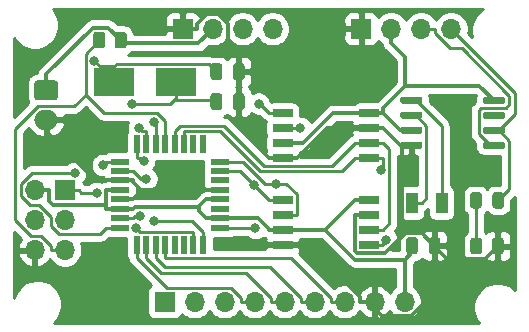
<source format=gbr>
%TF.GenerationSoftware,KiCad,Pcbnew,(5.1.8)-1*%
%TF.CreationDate,2020-12-16T21:52:19-05:00*%
%TF.ProjectId,Arduino Clone,41726475-696e-46f2-9043-6c6f6e652e6b,1.0*%
%TF.SameCoordinates,Original*%
%TF.FileFunction,Copper,L1,Top*%
%TF.FilePolarity,Positive*%
%FSLAX46Y46*%
G04 Gerber Fmt 4.6, Leading zero omitted, Abs format (unit mm)*
G04 Created by KiCad (PCBNEW (5.1.8)-1) date 2020-12-16 21:52:19*
%MOMM*%
%LPD*%
G01*
G04 APERTURE LIST*
%TA.AperFunction,ComponentPad*%
%ADD10O,2.000000X1.700000*%
%TD*%
%TA.AperFunction,ComponentPad*%
%ADD11R,1.700000X1.700000*%
%TD*%
%TA.AperFunction,ComponentPad*%
%ADD12O,1.700000X1.700000*%
%TD*%
%TA.AperFunction,SMDPad,CuDef*%
%ADD13R,1.700000X0.650000*%
%TD*%
%TA.AperFunction,SMDPad,CuDef*%
%ADD14R,1.600000X0.550000*%
%TD*%
%TA.AperFunction,SMDPad,CuDef*%
%ADD15R,0.550000X1.600000*%
%TD*%
%TA.AperFunction,SMDPad,CuDef*%
%ADD16R,1.000000X1.800000*%
%TD*%
%TA.AperFunction,SMDPad,CuDef*%
%ADD17R,3.500000X2.400000*%
%TD*%
%TA.AperFunction,ViaPad*%
%ADD18C,0.800000*%
%TD*%
%TA.AperFunction,Conductor*%
%ADD19C,0.300000*%
%TD*%
%TA.AperFunction,Conductor*%
%ADD20C,0.250000*%
%TD*%
%TA.AperFunction,Conductor*%
%ADD21C,0.254000*%
%TD*%
%TA.AperFunction,Conductor*%
%ADD22C,0.100000*%
%TD*%
G04 APERTURE END LIST*
%TO.P,BT1,1*%
%TO.N,/Vcc*%
%TA.AperFunction,ComponentPad*%
G36*
G01*
X144982000Y-107544000D02*
X146482000Y-107544000D01*
G75*
G02*
X146732000Y-107794000I0J-250000D01*
G01*
X146732000Y-108994000D01*
G75*
G02*
X146482000Y-109244000I-250000J0D01*
G01*
X144982000Y-109244000D01*
G75*
G02*
X144732000Y-108994000I0J250000D01*
G01*
X144732000Y-107794000D01*
G75*
G02*
X144982000Y-107544000I250000J0D01*
G01*
G37*
%TD.AperFunction*%
D10*
%TO.P,BT1,2*%
%TO.N,GNDPWR*%
X145732000Y-110894000D03*
%TD*%
%TO.P,C1,2*%
%TO.N,GNDPWR*%
%TA.AperFunction,SMDPad,CuDef*%
G36*
G01*
X161552000Y-107282000D02*
X161552000Y-106332000D01*
G75*
G02*
X161802000Y-106082000I250000J0D01*
G01*
X162302000Y-106082000D01*
G75*
G02*
X162552000Y-106332000I0J-250000D01*
G01*
X162552000Y-107282000D01*
G75*
G02*
X162302000Y-107532000I-250000J0D01*
G01*
X161802000Y-107532000D01*
G75*
G02*
X161552000Y-107282000I0J250000D01*
G01*
G37*
%TD.AperFunction*%
%TO.P,C1,1*%
%TO.N,Net-(C1-Pad1)*%
%TA.AperFunction,SMDPad,CuDef*%
G36*
G01*
X159652000Y-107282000D02*
X159652000Y-106332000D01*
G75*
G02*
X159902000Y-106082000I250000J0D01*
G01*
X160402000Y-106082000D01*
G75*
G02*
X160652000Y-106332000I0J-250000D01*
G01*
X160652000Y-107282000D01*
G75*
G02*
X160402000Y-107532000I-250000J0D01*
G01*
X159902000Y-107532000D01*
G75*
G02*
X159652000Y-107282000I0J250000D01*
G01*
G37*
%TD.AperFunction*%
%TD*%
%TO.P,C2,1*%
%TO.N,Net-(C2-Pad1)*%
%TA.AperFunction,SMDPad,CuDef*%
G36*
G01*
X159652000Y-109822000D02*
X159652000Y-108872000D01*
G75*
G02*
X159902000Y-108622000I250000J0D01*
G01*
X160402000Y-108622000D01*
G75*
G02*
X160652000Y-108872000I0J-250000D01*
G01*
X160652000Y-109822000D01*
G75*
G02*
X160402000Y-110072000I-250000J0D01*
G01*
X159902000Y-110072000D01*
G75*
G02*
X159652000Y-109822000I0J250000D01*
G01*
G37*
%TD.AperFunction*%
%TO.P,C2,2*%
%TO.N,GNDPWR*%
%TA.AperFunction,SMDPad,CuDef*%
G36*
G01*
X161552000Y-109822000D02*
X161552000Y-108872000D01*
G75*
G02*
X161802000Y-108622000I250000J0D01*
G01*
X162302000Y-108622000D01*
G75*
G02*
X162552000Y-108872000I0J-250000D01*
G01*
X162552000Y-109822000D01*
G75*
G02*
X162302000Y-110072000I-250000J0D01*
G01*
X161802000Y-110072000D01*
G75*
G02*
X161552000Y-109822000I0J250000D01*
G01*
G37*
%TD.AperFunction*%
%TD*%
%TO.P,C3,1*%
%TO.N,/Vcc*%
%TA.AperFunction,SMDPad,CuDef*%
G36*
G01*
X176220000Y-122017000D02*
X176220000Y-121067000D01*
G75*
G02*
X176470000Y-120817000I250000J0D01*
G01*
X176970000Y-120817000D01*
G75*
G02*
X177220000Y-121067000I0J-250000D01*
G01*
X177220000Y-122017000D01*
G75*
G02*
X176970000Y-122267000I-250000J0D01*
G01*
X176470000Y-122267000D01*
G75*
G02*
X176220000Y-122017000I0J250000D01*
G01*
G37*
%TD.AperFunction*%
%TO.P,C3,2*%
%TO.N,GNDPWR*%
%TA.AperFunction,SMDPad,CuDef*%
G36*
G01*
X178120000Y-122017000D02*
X178120000Y-121067000D01*
G75*
G02*
X178370000Y-120817000I250000J0D01*
G01*
X178870000Y-120817000D01*
G75*
G02*
X179120000Y-121067000I0J-250000D01*
G01*
X179120000Y-122017000D01*
G75*
G02*
X178870000Y-122267000I-250000J0D01*
G01*
X178370000Y-122267000D01*
G75*
G02*
X178120000Y-122017000I0J250000D01*
G01*
G37*
%TD.AperFunction*%
%TD*%
%TO.P,D1,1*%
%TO.N,Net-(D1-Pad1)*%
%TA.AperFunction,SMDPad,CuDef*%
G36*
G01*
X181645000Y-118170250D02*
X181645000Y-117257750D01*
G75*
G02*
X181888750Y-117014000I243750J0D01*
G01*
X182376250Y-117014000D01*
G75*
G02*
X182620000Y-117257750I0J-243750D01*
G01*
X182620000Y-118170250D01*
G75*
G02*
X182376250Y-118414000I-243750J0D01*
G01*
X181888750Y-118414000D01*
G75*
G02*
X181645000Y-118170250I0J243750D01*
G01*
G37*
%TD.AperFunction*%
%TO.P,D1,2*%
%TO.N,/SCK*%
%TA.AperFunction,SMDPad,CuDef*%
G36*
G01*
X183520000Y-118170250D02*
X183520000Y-117257750D01*
G75*
G02*
X183763750Y-117014000I243750J0D01*
G01*
X184251250Y-117014000D01*
G75*
G02*
X184495000Y-117257750I0J-243750D01*
G01*
X184495000Y-118170250D01*
G75*
G02*
X184251250Y-118414000I-243750J0D01*
G01*
X183763750Y-118414000D01*
G75*
G02*
X183520000Y-118170250I0J243750D01*
G01*
G37*
%TD.AperFunction*%
%TD*%
D11*
%TO.P,J1,1*%
%TO.N,/D2*%
X155766000Y-126302000D03*
D12*
%TO.P,J1,2*%
%TO.N,/D3*%
X158306000Y-126302000D03*
%TO.P,J1,3*%
%TO.N,/D4*%
X160846000Y-126302000D03*
%TO.P,J1,4*%
%TO.N,/D5*%
X163386000Y-126302000D03*
%TO.P,J1,5*%
%TO.N,/D6*%
X165926000Y-126302000D03*
%TO.P,J1,6*%
%TO.N,/D7*%
X168466000Y-126302000D03*
%TO.P,J1,7*%
%TO.N,/D8*%
X171006000Y-126302000D03*
%TO.P,J1,8*%
%TO.N,GNDPWR*%
X173546000Y-126302000D03*
%TO.P,J1,9*%
%TO.N,/Vcc*%
X176086000Y-126302000D03*
%TD*%
D11*
%TO.P,J2,1*%
%TO.N,/MISO*%
X147320000Y-116840000D03*
D12*
%TO.P,J2,2*%
%TO.N,/Vcc*%
X144780000Y-116840000D03*
%TO.P,J2,3*%
%TO.N,/SCK*%
X147320000Y-119380000D03*
%TO.P,J2,4*%
%TO.N,/MOSI*%
X144780000Y-119380000D03*
%TO.P,J2,5*%
%TO.N,/RESET*%
X147320000Y-121920000D03*
%TO.P,J2,6*%
%TO.N,GNDPWR*%
X144780000Y-121920000D03*
%TD*%
%TO.P,J3,4*%
%TO.N,/Tx*%
X164910000Y-103188000D03*
%TO.P,J3,3*%
%TO.N,/Rx*%
X162370000Y-103188000D03*
%TO.P,J3,2*%
%TO.N,/Vcc*%
X159830000Y-103188000D03*
D11*
%TO.P,J3,1*%
%TO.N,GNDPWR*%
X157290000Y-103188000D03*
%TD*%
%TO.P,J4,1*%
%TO.N,GNDPWR*%
X172402000Y-103188000D03*
D12*
%TO.P,J4,2*%
%TO.N,/Vcc*%
X174942000Y-103188000D03*
%TO.P,J4,3*%
%TO.N,/SDA*%
X177482000Y-103188000D03*
%TO.P,J4,4*%
%TO.N,/SCK*%
X180022000Y-103188000D03*
%TD*%
%TO.P,R1,2*%
%TO.N,GNDPWR*%
%TA.AperFunction,SMDPad,CuDef*%
G36*
G01*
X183470000Y-122022001D02*
X183470000Y-121121999D01*
G75*
G02*
X183719999Y-120872000I249999J0D01*
G01*
X184245001Y-120872000D01*
G75*
G02*
X184495000Y-121121999I0J-249999D01*
G01*
X184495000Y-122022001D01*
G75*
G02*
X184245001Y-122272000I-249999J0D01*
G01*
X183719999Y-122272000D01*
G75*
G02*
X183470000Y-122022001I0J249999D01*
G01*
G37*
%TD.AperFunction*%
%TO.P,R1,1*%
%TO.N,Net-(D1-Pad1)*%
%TA.AperFunction,SMDPad,CuDef*%
G36*
G01*
X181645000Y-122022001D02*
X181645000Y-121121999D01*
G75*
G02*
X181894999Y-120872000I249999J0D01*
G01*
X182420001Y-120872000D01*
G75*
G02*
X182670000Y-121121999I0J-249999D01*
G01*
X182670000Y-122022001D01*
G75*
G02*
X182420001Y-122272000I-249999J0D01*
G01*
X181894999Y-122272000D01*
G75*
G02*
X181645000Y-122022001I0J249999D01*
G01*
G37*
%TD.AperFunction*%
%TD*%
%TO.P,R2,1*%
%TO.N,/RESET*%
%TA.AperFunction,SMDPad,CuDef*%
G36*
G01*
X149705000Y-104590001D02*
X149705000Y-103689999D01*
G75*
G02*
X149954999Y-103440000I249999J0D01*
G01*
X150480001Y-103440000D01*
G75*
G02*
X150730000Y-103689999I0J-249999D01*
G01*
X150730000Y-104590001D01*
G75*
G02*
X150480001Y-104840000I-249999J0D01*
G01*
X149954999Y-104840000D01*
G75*
G02*
X149705000Y-104590001I0J249999D01*
G01*
G37*
%TD.AperFunction*%
%TO.P,R2,2*%
%TO.N,/Vcc*%
%TA.AperFunction,SMDPad,CuDef*%
G36*
G01*
X151530000Y-104590001D02*
X151530000Y-103689999D01*
G75*
G02*
X151779999Y-103440000I249999J0D01*
G01*
X152305001Y-103440000D01*
G75*
G02*
X152555000Y-103689999I0J-249999D01*
G01*
X152555000Y-104590001D01*
G75*
G02*
X152305001Y-104840000I-249999J0D01*
G01*
X151779999Y-104840000D01*
G75*
G02*
X151530000Y-104590001I0J249999D01*
G01*
G37*
%TD.AperFunction*%
%TD*%
D13*
%TO.P,U1,1*%
%TO.N,/ADDS1*%
X165768000Y-117665000D03*
%TO.P,U1,2*%
%TO.N,/ADDS2*%
X165768000Y-118935000D03*
%TO.P,U1,3*%
%TO.N,/Vcc*%
X165768000Y-120205000D03*
%TO.P,U1,4*%
%TO.N,GNDPWR*%
X165768000Y-121475000D03*
%TO.P,U1,5*%
%TO.N,/SDA*%
X173068000Y-121475000D03*
%TO.P,U1,6*%
%TO.N,/SCL*%
X173068000Y-120205000D03*
%TO.P,U1,7*%
%TO.N,GNDPWR*%
X173068000Y-118935000D03*
%TO.P,U1,8*%
%TO.N,/Vcc*%
X173068000Y-117665000D03*
%TD*%
%TO.P,U2,8*%
%TO.N,/Vcc*%
X173068000Y-110299000D03*
%TO.P,U2,7*%
%TO.N,GNDPWR*%
X173068000Y-111569000D03*
%TO.P,U2,6*%
%TO.N,/SCL*%
X173068000Y-112839000D03*
%TO.P,U2,5*%
%TO.N,/SDA*%
X173068000Y-114109000D03*
%TO.P,U2,4*%
%TO.N,GNDPWR*%
X165768000Y-114109000D03*
%TO.P,U2,3*%
%TO.N,/Vcc*%
X165768000Y-112839000D03*
%TO.P,U2,2*%
%TO.N,/ADDS2*%
X165768000Y-111569000D03*
%TO.P,U2,1*%
%TO.N,/ADDS1*%
X165768000Y-110299000D03*
%TD*%
%TO.P,U3,1*%
%TO.N,Net-(U3-Pad1)*%
%TA.AperFunction,SMDPad,CuDef*%
G36*
G01*
X175700000Y-109370000D02*
X175700000Y-109070000D01*
G75*
G02*
X175850000Y-108920000I150000J0D01*
G01*
X177450000Y-108920000D01*
G75*
G02*
X177600000Y-109070000I0J-150000D01*
G01*
X177600000Y-109370000D01*
G75*
G02*
X177450000Y-109520000I-150000J0D01*
G01*
X175850000Y-109520000D01*
G75*
G02*
X175700000Y-109370000I0J150000D01*
G01*
G37*
%TD.AperFunction*%
%TO.P,U3,2*%
%TO.N,Net-(U3-Pad2)*%
%TA.AperFunction,SMDPad,CuDef*%
G36*
G01*
X175700000Y-110640000D02*
X175700000Y-110340000D01*
G75*
G02*
X175850000Y-110190000I150000J0D01*
G01*
X177450000Y-110190000D01*
G75*
G02*
X177600000Y-110340000I0J-150000D01*
G01*
X177600000Y-110640000D01*
G75*
G02*
X177450000Y-110790000I-150000J0D01*
G01*
X175850000Y-110790000D01*
G75*
G02*
X175700000Y-110640000I0J150000D01*
G01*
G37*
%TD.AperFunction*%
%TO.P,U3,3*%
%TO.N,/Vcc*%
%TA.AperFunction,SMDPad,CuDef*%
G36*
G01*
X175700000Y-111910000D02*
X175700000Y-111610000D01*
G75*
G02*
X175850000Y-111460000I150000J0D01*
G01*
X177450000Y-111460000D01*
G75*
G02*
X177600000Y-111610000I0J-150000D01*
G01*
X177600000Y-111910000D01*
G75*
G02*
X177450000Y-112060000I-150000J0D01*
G01*
X175850000Y-112060000D01*
G75*
G02*
X175700000Y-111910000I0J150000D01*
G01*
G37*
%TD.AperFunction*%
%TO.P,U3,4*%
%TO.N,GNDPWR*%
%TA.AperFunction,SMDPad,CuDef*%
G36*
G01*
X175700000Y-113180000D02*
X175700000Y-112880000D01*
G75*
G02*
X175850000Y-112730000I150000J0D01*
G01*
X177450000Y-112730000D01*
G75*
G02*
X177600000Y-112880000I0J-150000D01*
G01*
X177600000Y-113180000D01*
G75*
G02*
X177450000Y-113330000I-150000J0D01*
G01*
X175850000Y-113330000D01*
G75*
G02*
X175700000Y-113180000I0J150000D01*
G01*
G37*
%TD.AperFunction*%
%TO.P,U3,5*%
%TO.N,/SDA*%
%TA.AperFunction,SMDPad,CuDef*%
G36*
G01*
X182700000Y-113180000D02*
X182700000Y-112880000D01*
G75*
G02*
X182850000Y-112730000I150000J0D01*
G01*
X184450000Y-112730000D01*
G75*
G02*
X184600000Y-112880000I0J-150000D01*
G01*
X184600000Y-113180000D01*
G75*
G02*
X184450000Y-113330000I-150000J0D01*
G01*
X182850000Y-113330000D01*
G75*
G02*
X182700000Y-113180000I0J150000D01*
G01*
G37*
%TD.AperFunction*%
%TO.P,U3,6*%
%TO.N,/SCK*%
%TA.AperFunction,SMDPad,CuDef*%
G36*
G01*
X182700000Y-111910000D02*
X182700000Y-111610000D01*
G75*
G02*
X182850000Y-111460000I150000J0D01*
G01*
X184450000Y-111460000D01*
G75*
G02*
X184600000Y-111610000I0J-150000D01*
G01*
X184600000Y-111910000D01*
G75*
G02*
X184450000Y-112060000I-150000J0D01*
G01*
X182850000Y-112060000D01*
G75*
G02*
X182700000Y-111910000I0J150000D01*
G01*
G37*
%TD.AperFunction*%
%TO.P,U3,7*%
%TO.N,Net-(U3-Pad7)*%
%TA.AperFunction,SMDPad,CuDef*%
G36*
G01*
X182700000Y-110640000D02*
X182700000Y-110340000D01*
G75*
G02*
X182850000Y-110190000I150000J0D01*
G01*
X184450000Y-110190000D01*
G75*
G02*
X184600000Y-110340000I0J-150000D01*
G01*
X184600000Y-110640000D01*
G75*
G02*
X184450000Y-110790000I-150000J0D01*
G01*
X182850000Y-110790000D01*
G75*
G02*
X182700000Y-110640000I0J150000D01*
G01*
G37*
%TD.AperFunction*%
%TO.P,U3,8*%
%TO.N,/Vcc*%
%TA.AperFunction,SMDPad,CuDef*%
G36*
G01*
X182700000Y-109370000D02*
X182700000Y-109070000D01*
G75*
G02*
X182850000Y-108920000I150000J0D01*
G01*
X184450000Y-108920000D01*
G75*
G02*
X184600000Y-109070000I0J-150000D01*
G01*
X184600000Y-109370000D01*
G75*
G02*
X184450000Y-109520000I-150000J0D01*
G01*
X182850000Y-109520000D01*
G75*
G02*
X182700000Y-109370000I0J150000D01*
G01*
G37*
%TD.AperFunction*%
%TD*%
D14*
%TO.P,U4,1*%
%TO.N,/D3*%
X151960000Y-114421000D03*
%TO.P,U4,2*%
%TO.N,/D4*%
X151960000Y-115221000D03*
%TO.P,U4,3*%
%TO.N,GNDPWR*%
X151960000Y-116021000D03*
%TO.P,U4,4*%
%TO.N,/Vcc*%
X151960000Y-116821000D03*
%TO.P,U4,5*%
%TO.N,GNDPWR*%
X151960000Y-117621000D03*
%TO.P,U4,6*%
%TO.N,/Vcc*%
X151960000Y-118421000D03*
%TO.P,U4,7*%
%TO.N,Net-(C1-Pad1)*%
X151960000Y-119221000D03*
%TO.P,U4,8*%
%TO.N,Net-(C2-Pad1)*%
X151960000Y-120021000D03*
D15*
%TO.P,U4,9*%
%TO.N,/D5*%
X153410000Y-121471000D03*
%TO.P,U4,10*%
%TO.N,/D6*%
X154210000Y-121471000D03*
%TO.P,U4,11*%
%TO.N,/D7*%
X155010000Y-121471000D03*
%TO.P,U4,12*%
%TO.N,/D8*%
X155810000Y-121471000D03*
%TO.P,U4,13*%
%TO.N,Net-(U4-Pad13)*%
X156610000Y-121471000D03*
%TO.P,U4,14*%
%TO.N,Net-(U4-Pad14)*%
X157410000Y-121471000D03*
%TO.P,U4,15*%
%TO.N,/MOSI*%
X158210000Y-121471000D03*
%TO.P,U4,16*%
%TO.N,/MISO*%
X159010000Y-121471000D03*
D14*
%TO.P,U4,17*%
%TO.N,/SCK*%
X160460000Y-120021000D03*
%TO.P,U4,18*%
%TO.N,/Vcc*%
X160460000Y-119221000D03*
%TO.P,U4,19*%
%TO.N,Net-(U4-Pad19)*%
X160460000Y-118421000D03*
%TO.P,U4,20*%
%TO.N,/Vcc*%
X160460000Y-117621000D03*
%TO.P,U4,21*%
%TO.N,GNDPWR*%
X160460000Y-116821000D03*
%TO.P,U4,22*%
%TO.N,Net-(U4-Pad22)*%
X160460000Y-116021000D03*
%TO.P,U4,23*%
%TO.N,/ADDS1*%
X160460000Y-115221000D03*
%TO.P,U4,24*%
%TO.N,/ADDS2*%
X160460000Y-114421000D03*
D15*
%TO.P,U4,25*%
%TO.N,Net-(U4-Pad25)*%
X159010000Y-112971000D03*
%TO.P,U4,26*%
%TO.N,Net-(U4-Pad26)*%
X158210000Y-112971000D03*
%TO.P,U4,27*%
%TO.N,/SDA*%
X157410000Y-112971000D03*
%TO.P,U4,28*%
%TO.N,/SCL*%
X156610000Y-112971000D03*
%TO.P,U4,29*%
%TO.N,/RESET*%
X155810000Y-112971000D03*
%TO.P,U4,30*%
%TO.N,/Rx*%
X155010000Y-112971000D03*
%TO.P,U4,31*%
%TO.N,/Tx*%
X154210000Y-112971000D03*
%TO.P,U4,32*%
%TO.N,/D2*%
X153410000Y-112971000D03*
%TD*%
D16*
%TO.P,Y1,1*%
%TO.N,Net-(U3-Pad2)*%
X176720000Y-117920000D03*
%TO.P,Y1,2*%
%TO.N,Net-(U3-Pad1)*%
X179220000Y-117920000D03*
%TD*%
D17*
%TO.P,Y2,1*%
%TO.N,Net-(C1-Pad1)*%
X151518000Y-107696000D03*
%TO.P,Y2,2*%
%TO.N,Net-(C2-Pad1)*%
X156718000Y-107696000D03*
%TD*%
D18*
%TO.N,Net-(C1-Pad1)*%
X153724700Y-119042200D03*
X149831600Y-105872200D03*
%TO.N,Net-(C2-Pad1)*%
X152984800Y-109542800D03*
X148185800Y-115383000D03*
%TO.N,/SCK*%
X163460900Y-120065500D03*
%TO.N,/D2*%
X154016300Y-114382300D03*
%TO.N,/D3*%
X150541500Y-114729900D03*
%TO.N,/D4*%
X154225000Y-115883000D03*
%TO.N,/MISO*%
X150053600Y-117063200D03*
X154837400Y-119433900D03*
%TO.N,/MOSI*%
X153389100Y-120042900D03*
%TO.N,/Tx*%
X153599200Y-111556500D03*
%TO.N,/Rx*%
X154872500Y-111059400D03*
%TO.N,/SDA*%
X174527600Y-121027500D03*
X174060100Y-115142000D03*
%TO.N,/ADDS1*%
X163735500Y-109511700D03*
X163369100Y-116441300D03*
%TO.N,/ADDS2*%
X165201800Y-116342000D03*
X167234300Y-111569000D03*
%TD*%
D19*
%TO.N,/Vcc*%
X176650000Y-111760000D02*
X175729300Y-111760000D01*
X175729300Y-111760000D02*
X174268300Y-110299000D01*
X176153300Y-107991900D02*
X174268300Y-109876900D01*
X174268300Y-109876900D02*
X174268300Y-110299000D01*
X183650000Y-109220000D02*
X182421900Y-107991900D01*
X182421900Y-107991900D02*
X176153300Y-107991900D01*
X174942000Y-104388300D02*
X176153300Y-105599600D01*
X176153300Y-105599600D02*
X176153300Y-107991900D01*
X173068000Y-110299000D02*
X174268300Y-110299000D01*
X166968300Y-112839000D02*
X167517200Y-112839000D01*
X167517200Y-112839000D02*
X170057200Y-110299000D01*
X170057200Y-110299000D02*
X173068000Y-110299000D01*
X158708000Y-118291500D02*
X153239800Y-118291500D01*
X153239800Y-118291500D02*
X153110300Y-118421000D01*
X159309700Y-117621000D02*
X158708000Y-118222700D01*
X158708000Y-118222700D02*
X158708000Y-118291500D01*
X158708000Y-118291500D02*
X158708000Y-118619300D01*
X158708000Y-118619300D02*
X159309700Y-119221000D01*
X160460000Y-119221000D02*
X159309700Y-119221000D01*
X159830000Y-103188000D02*
X158629600Y-104388400D01*
X158629600Y-104388400D02*
X152290900Y-104388400D01*
X152290900Y-104388400D02*
X152042500Y-104140000D01*
X152042500Y-104140000D02*
X150977700Y-103075200D01*
X150977700Y-103075200D02*
X149682700Y-103075200D01*
X149682700Y-103075200D02*
X145732000Y-107025900D01*
X145732000Y-107025900D02*
X145732000Y-108394000D01*
X151960000Y-118421000D02*
X153110300Y-118421000D01*
X144780000Y-116840000D02*
X145980300Y-116840000D01*
X150809700Y-118105500D02*
X146309100Y-118105500D01*
X146309100Y-118105500D02*
X145980300Y-117776700D01*
X145980300Y-117776700D02*
X145980300Y-116840000D01*
X150809700Y-118105500D02*
X150809700Y-116821000D01*
X150809700Y-118421000D02*
X150809700Y-118105500D01*
X151960000Y-116821000D02*
X150809700Y-116821000D01*
X151960000Y-118421000D02*
X150809700Y-118421000D01*
X165768000Y-120205000D02*
X164567700Y-120205000D01*
X164567700Y-120205000D02*
X164567700Y-120111200D01*
X164567700Y-120111200D02*
X163677500Y-119221000D01*
X163677500Y-119221000D02*
X160460000Y-119221000D01*
X160460000Y-117621000D02*
X159309700Y-117621000D01*
X169368200Y-120205000D02*
X166968300Y-120205000D01*
X176086000Y-122733900D02*
X171897100Y-122733900D01*
X171897100Y-122733900D02*
X169368200Y-120205000D01*
X171867700Y-117665000D02*
X171867700Y-117705500D01*
X171867700Y-117705500D02*
X169368200Y-120205000D01*
X173068000Y-117665000D02*
X171867700Y-117665000D01*
X176720000Y-121542000D02*
X176720000Y-122099900D01*
X176720000Y-122099900D02*
X176086000Y-122733900D01*
X176086000Y-125101700D02*
X176086000Y-122733900D01*
X176086000Y-126302000D02*
X176086000Y-125101700D01*
X174942000Y-103188000D02*
X174942000Y-104388300D01*
X165768000Y-120205000D02*
X166968300Y-120205000D01*
X165768000Y-112839000D02*
X166968300Y-112839000D01*
%TO.N,GNDPWR*%
X162052000Y-104996500D02*
X169393200Y-104996500D01*
X169393200Y-104996500D02*
X171201700Y-103188000D01*
X158490300Y-103188000D02*
X158490300Y-102812900D01*
X158490300Y-102812900D02*
X159345100Y-101958100D01*
X159345100Y-101958100D02*
X160312600Y-101958100D01*
X160312600Y-101958100D02*
X161100000Y-102745500D01*
X161100000Y-102745500D02*
X161100000Y-104044500D01*
X161100000Y-104044500D02*
X162052000Y-104996500D01*
X162052000Y-104996500D02*
X162052000Y-106807000D01*
X172402000Y-103188000D02*
X171201700Y-103188000D01*
X157290000Y-103188000D02*
X158490300Y-103188000D01*
X153788900Y-116821000D02*
X160460000Y-116821000D01*
X153110300Y-117621000D02*
X153788900Y-116942400D01*
X153788900Y-116942400D02*
X153788900Y-116821000D01*
X153110300Y-116021000D02*
X153110300Y-116142400D01*
X153110300Y-116142400D02*
X153788900Y-116821000D01*
X175866800Y-113030000D02*
X175729300Y-113030000D01*
X175729300Y-113030000D02*
X174268300Y-111569000D01*
X176650000Y-113030000D02*
X175866800Y-113030000D01*
X176004300Y-120464300D02*
X175866800Y-120326800D01*
X175866800Y-120326800D02*
X175866800Y-113030000D01*
X171867700Y-118935000D02*
X171867700Y-121994400D01*
X171867700Y-121994400D02*
X172053700Y-122180400D01*
X172053700Y-122180400D02*
X174459400Y-122180400D01*
X174459400Y-122180400D02*
X176004300Y-120635500D01*
X176004300Y-120635500D02*
X176004300Y-120464300D01*
X176004300Y-120464300D02*
X177542300Y-120464300D01*
X177542300Y-120464300D02*
X178620000Y-121542000D01*
X151960000Y-116021000D02*
X149884900Y-116021000D01*
X149884900Y-116021000D02*
X145958200Y-112094300D01*
X145958200Y-112094300D02*
X145732000Y-112094300D01*
X162052000Y-106807000D02*
X162052000Y-109347000D01*
X179714200Y-122636200D02*
X178620000Y-121542000D01*
X183982500Y-121572000D02*
X182918300Y-122636200D01*
X182918300Y-122636200D02*
X179714200Y-122636200D01*
X172947900Y-126302000D02*
X174150300Y-127504400D01*
X174150300Y-127504400D02*
X176624500Y-127504400D01*
X176624500Y-127504400D02*
X179714200Y-124414700D01*
X179714200Y-124414700D02*
X179714200Y-122636200D01*
X172947900Y-126302000D02*
X172345700Y-126302000D01*
X173546000Y-126302000D02*
X172947900Y-126302000D01*
X145732000Y-110894000D02*
X145732000Y-112094300D01*
X164567700Y-114109000D02*
X162052000Y-111593300D01*
X162052000Y-111593300D02*
X162052000Y-109347000D01*
X165768000Y-114109000D02*
X164567700Y-114109000D01*
X172345700Y-126302000D02*
X172345700Y-125929000D01*
X172345700Y-125929000D02*
X167891700Y-121475000D01*
X167891700Y-121475000D02*
X165768000Y-121475000D01*
X173068000Y-118935000D02*
X171867700Y-118935000D01*
X165768000Y-114109000D02*
X166968300Y-114109000D01*
X166968300Y-114109000D02*
X169508300Y-111569000D01*
X169508300Y-111569000D02*
X173068000Y-111569000D01*
X173068000Y-111569000D02*
X174268300Y-111569000D01*
X151960000Y-117621000D02*
X153110300Y-117621000D01*
X151960000Y-116021000D02*
X153110300Y-116021000D01*
D20*
%TO.N,Net-(C1-Pad1)*%
X151518000Y-106361300D02*
X150320700Y-106361300D01*
X150320700Y-106361300D02*
X149831600Y-105872200D01*
X160152000Y-106807000D02*
X159515600Y-106170600D01*
X159515600Y-106170600D02*
X151708700Y-106170600D01*
X151708700Y-106170600D02*
X151518000Y-106361300D01*
X151518000Y-106552000D02*
X151518000Y-106361300D01*
X151960000Y-119221000D02*
X153085300Y-119221000D01*
X153724700Y-119042200D02*
X153264100Y-119042200D01*
X153264100Y-119042200D02*
X153085300Y-119221000D01*
X151518000Y-106933300D02*
X151518000Y-106552000D01*
X151518000Y-106933300D02*
X151518000Y-107696000D01*
%TO.N,Net-(C2-Pad1)*%
X150834700Y-120021000D02*
X150300300Y-120555400D01*
X150300300Y-120555400D02*
X146830600Y-120555400D01*
X146830600Y-120555400D02*
X146144600Y-119869400D01*
X146144600Y-119869400D02*
X146144600Y-119080300D01*
X146144600Y-119080300D02*
X145174300Y-118110000D01*
X145174300Y-118110000D02*
X144379500Y-118110000D01*
X144379500Y-118110000D02*
X143596100Y-117326600D01*
X143596100Y-117326600D02*
X143596100Y-116316600D01*
X143596100Y-116316600D02*
X144529700Y-115383000D01*
X144529700Y-115383000D02*
X148185800Y-115383000D01*
X151960000Y-120021000D02*
X150834700Y-120021000D01*
X156718000Y-109079300D02*
X156718000Y-109221300D01*
X156718000Y-107696000D02*
X156718000Y-109079300D01*
X152984800Y-109542800D02*
X156254500Y-109542800D01*
X156254500Y-109542800D02*
X156718000Y-109079300D01*
X156718000Y-109221300D02*
X160026300Y-109221300D01*
X160026300Y-109221300D02*
X160152000Y-109347000D01*
%TO.N,Net-(D1-Pad1)*%
X182157500Y-121572000D02*
X182132500Y-121547000D01*
X182132500Y-121547000D02*
X182132500Y-117714000D01*
%TO.N,/SCK*%
X184048900Y-111760000D02*
X184936500Y-112647600D01*
X184936500Y-112647600D02*
X184936500Y-116785000D01*
X184936500Y-116785000D02*
X184007500Y-117714000D01*
X183650000Y-111760000D02*
X184048900Y-111760000D01*
X184048900Y-111760000D02*
X185430400Y-110378500D01*
X185430400Y-110378500D02*
X185430400Y-108596400D01*
X185430400Y-108596400D02*
X180022000Y-103188000D01*
X160460000Y-120021000D02*
X161585300Y-120021000D01*
X163460900Y-120065500D02*
X161629800Y-120065500D01*
X161629800Y-120065500D02*
X161585300Y-120021000D01*
%TO.N,/D2*%
X153410000Y-114096300D02*
X153730300Y-114096300D01*
X153730300Y-114096300D02*
X154016300Y-114382300D01*
X153410000Y-112971000D02*
X153410000Y-114096300D01*
%TO.N,/D3*%
X151960000Y-114421000D02*
X150834700Y-114421000D01*
X150834700Y-114421000D02*
X150834700Y-114436700D01*
X150834700Y-114436700D02*
X150541500Y-114729900D01*
%TO.N,/D4*%
X153085300Y-115221000D02*
X153747300Y-115883000D01*
X153747300Y-115883000D02*
X154225000Y-115883000D01*
X151960000Y-115221000D02*
X153085300Y-115221000D01*
%TO.N,/D5*%
X163386000Y-126302000D02*
X162210700Y-126302000D01*
X153410000Y-121471000D02*
X153410000Y-122596300D01*
X153410000Y-122596300D02*
X155940400Y-125126700D01*
X155940400Y-125126700D02*
X161402800Y-125126700D01*
X161402800Y-125126700D02*
X162210700Y-125934600D01*
X162210700Y-125934600D02*
X162210700Y-126302000D01*
%TO.N,/D6*%
X164750700Y-126302000D02*
X164750700Y-125934700D01*
X164750700Y-125934700D02*
X162642600Y-123826600D01*
X162642600Y-123826600D02*
X155440300Y-123826600D01*
X155440300Y-123826600D02*
X154210000Y-122596300D01*
X154210000Y-121471000D02*
X154210000Y-122596300D01*
X165926000Y-126302000D02*
X164750700Y-126302000D01*
%TO.N,/D7*%
X155010000Y-122596300D02*
X155789900Y-123376200D01*
X155789900Y-123376200D02*
X164732200Y-123376200D01*
X164732200Y-123376200D02*
X167290700Y-125934700D01*
X167290700Y-125934700D02*
X167290700Y-126302000D01*
X155010000Y-121471000D02*
X155010000Y-122596300D01*
X168466000Y-126302000D02*
X167290700Y-126302000D01*
%TO.N,/D8*%
X171006000Y-126302000D02*
X169830700Y-126302000D01*
X155810000Y-121471000D02*
X155810000Y-122596300D01*
X155810000Y-122596300D02*
X166492300Y-122596300D01*
X166492300Y-122596300D02*
X169830700Y-125934700D01*
X169830700Y-125934700D02*
X169830700Y-126302000D01*
%TO.N,/MISO*%
X159010000Y-121471000D02*
X159010000Y-120345700D01*
X148495300Y-116840000D02*
X148718500Y-117063200D01*
X148718500Y-117063200D02*
X150053600Y-117063200D01*
X147320000Y-116840000D02*
X148495300Y-116840000D01*
X159010000Y-120345700D02*
X158098200Y-119433900D01*
X158098200Y-119433900D02*
X154837400Y-119433900D01*
%TO.N,/MOSI*%
X158210000Y-121471000D02*
X158210000Y-120345700D01*
X158210000Y-120345700D02*
X153691900Y-120345700D01*
X153691900Y-120345700D02*
X153389100Y-120042900D01*
%TO.N,/RESET*%
X149073700Y-108751000D02*
X150637400Y-110314700D01*
X150637400Y-110314700D02*
X155153600Y-110314700D01*
X155153600Y-110314700D02*
X155810000Y-110971100D01*
X155810000Y-110971100D02*
X155810000Y-111845700D01*
X150217500Y-104140000D02*
X149073700Y-105283800D01*
X149073700Y-105283800D02*
X149073700Y-108751000D01*
X149073700Y-108751000D02*
X148123900Y-109700800D01*
X148123900Y-109700800D02*
X145076900Y-109700800D01*
X145076900Y-109700800D02*
X143117700Y-111660000D01*
X143117700Y-111660000D02*
X143117700Y-119389500D01*
X143117700Y-119389500D02*
X144472900Y-120744700D01*
X144472900Y-120744700D02*
X145336800Y-120744700D01*
X145336800Y-120744700D02*
X146144700Y-121552600D01*
X146144700Y-121552600D02*
X146144700Y-121920000D01*
X147320000Y-121920000D02*
X146144700Y-121920000D01*
X155810000Y-112971000D02*
X155810000Y-111845700D01*
%TO.N,/Tx*%
X154210000Y-111845700D02*
X153888400Y-111845700D01*
X153888400Y-111845700D02*
X153599200Y-111556500D01*
X154210000Y-112971000D02*
X154210000Y-111845700D01*
%TO.N,/Rx*%
X155010000Y-112971000D02*
X155010000Y-111196900D01*
X155010000Y-111196900D02*
X154872500Y-111059400D01*
%TO.N,/SDA*%
X174527600Y-121027500D02*
X174243300Y-121311800D01*
X174243300Y-121311800D02*
X174243300Y-121475000D01*
X173068000Y-121475000D02*
X174243300Y-121475000D01*
X174243300Y-114109000D02*
X174243300Y-114958800D01*
X174243300Y-114958800D02*
X174060100Y-115142000D01*
X173068000Y-114109000D02*
X174243300Y-114109000D01*
X173068000Y-114109000D02*
X171892700Y-114109000D01*
X157410000Y-112971000D02*
X157410000Y-111845700D01*
X157410000Y-111845700D02*
X160436200Y-111845700D01*
X160436200Y-111845700D02*
X163839500Y-115249000D01*
X163839500Y-115249000D02*
X170752700Y-115249000D01*
X170752700Y-115249000D02*
X171892700Y-114109000D01*
X177482000Y-103188000D02*
X178657300Y-103188000D01*
X178657300Y-103188000D02*
X178657300Y-103539000D01*
X178657300Y-103539000D02*
X179932000Y-104813700D01*
X179932000Y-104813700D02*
X180913100Y-104813700D01*
X180913100Y-104813700D02*
X184928300Y-108828900D01*
X184928300Y-108828900D02*
X184928300Y-109564500D01*
X184928300Y-109564500D02*
X184637800Y-109855000D01*
X184637800Y-109855000D02*
X182595400Y-109855000D01*
X182595400Y-109855000D02*
X182358300Y-110092100D01*
X182358300Y-110092100D02*
X182358300Y-112096800D01*
X182358300Y-112096800D02*
X183291500Y-113030000D01*
X183291500Y-113030000D02*
X183650000Y-113030000D01*
%TO.N,/ADDS1*%
X165768000Y-110299000D02*
X164592700Y-110299000D01*
X163735500Y-109511700D02*
X163805400Y-109511700D01*
X163805400Y-109511700D02*
X164592700Y-110299000D01*
X163369100Y-116441300D02*
X162148700Y-115221000D01*
X162148700Y-115221000D02*
X160460000Y-115221000D01*
X164592700Y-117665000D02*
X163369100Y-116441300D01*
X165768000Y-117665000D02*
X164592700Y-117665000D01*
%TO.N,/ADDS2*%
X165768000Y-111569000D02*
X167234300Y-111569000D01*
X160460000Y-114421000D02*
X162374600Y-114421000D01*
X162374600Y-114421000D02*
X164295600Y-116342000D01*
X164295600Y-116342000D02*
X165201800Y-116342000D01*
X165201800Y-116342000D02*
X166080100Y-116342000D01*
X166080100Y-116342000D02*
X166943300Y-117205200D01*
X166943300Y-117205200D02*
X166943300Y-118935000D01*
X165768000Y-118935000D02*
X166943300Y-118935000D01*
%TO.N,/SCL*%
X173068000Y-120205000D02*
X174243300Y-120205000D01*
X173068000Y-112839000D02*
X174243300Y-112839000D01*
X174243300Y-112839000D02*
X174788900Y-113384600D01*
X174788900Y-113384600D02*
X174788900Y-119659400D01*
X174788900Y-119659400D02*
X174243300Y-120205000D01*
X172480400Y-112839000D02*
X173068000Y-112839000D01*
X172480400Y-112839000D02*
X171892700Y-112839000D01*
X171892700Y-112839000D02*
X169933100Y-114798600D01*
X169933100Y-114798600D02*
X164225200Y-114798600D01*
X164225200Y-114798600D02*
X160808300Y-111381700D01*
X160808300Y-111381700D02*
X157074000Y-111381700D01*
X157074000Y-111381700D02*
X156610000Y-111845700D01*
X156610000Y-112971000D02*
X156610000Y-111845700D01*
%TO.N,Net-(U3-Pad1)*%
X179220000Y-117920000D02*
X179220000Y-111416400D01*
X179220000Y-111416400D02*
X177023600Y-109220000D01*
X177023600Y-109220000D02*
X176650000Y-109220000D01*
%TO.N,Net-(U3-Pad2)*%
X176720000Y-117920000D02*
X177545300Y-117920000D01*
X177545300Y-117920000D02*
X177926200Y-117539100D01*
X177926200Y-117539100D02*
X177926200Y-111388600D01*
X177926200Y-111388600D02*
X177027600Y-110490000D01*
X177027600Y-110490000D02*
X176650000Y-110490000D01*
%TD*%
D21*
%TO.N,GNDPWR*%
X182114083Y-108794240D02*
X182077071Y-108916255D01*
X182061928Y-109070000D01*
X182061928Y-109309641D01*
X182055399Y-109314999D01*
X182031596Y-109344003D01*
X181847303Y-109528296D01*
X181818299Y-109552099D01*
X181763171Y-109619274D01*
X181723326Y-109667824D01*
X181661897Y-109782749D01*
X181652754Y-109799854D01*
X181609297Y-109943115D01*
X181598300Y-110054768D01*
X181598300Y-110054778D01*
X181594624Y-110092100D01*
X181598300Y-110129423D01*
X181598301Y-112059468D01*
X181594624Y-112096800D01*
X181598301Y-112134133D01*
X181609298Y-112245786D01*
X181622480Y-112289242D01*
X181652754Y-112389046D01*
X181723326Y-112521076D01*
X181758739Y-112564226D01*
X181818300Y-112636801D01*
X181847298Y-112660599D01*
X182062356Y-112875657D01*
X182061928Y-112880000D01*
X182061928Y-113180000D01*
X182077071Y-113333745D01*
X182121916Y-113481582D01*
X182194742Y-113617829D01*
X182292749Y-113737251D01*
X182412171Y-113835258D01*
X182548418Y-113908084D01*
X182696255Y-113952929D01*
X182850000Y-113968072D01*
X184176500Y-113968072D01*
X184176501Y-116375928D01*
X183763750Y-116375928D01*
X183591715Y-116392872D01*
X183426291Y-116443053D01*
X183273836Y-116524542D01*
X183140208Y-116634208D01*
X183070000Y-116719756D01*
X182999792Y-116634208D01*
X182866164Y-116524542D01*
X182713709Y-116443053D01*
X182548285Y-116392872D01*
X182376250Y-116375928D01*
X181888750Y-116375928D01*
X181716715Y-116392872D01*
X181551291Y-116443053D01*
X181398836Y-116524542D01*
X181265208Y-116634208D01*
X181155542Y-116767836D01*
X181074053Y-116920291D01*
X181023872Y-117085715D01*
X181006928Y-117257750D01*
X181006928Y-118170250D01*
X181023872Y-118342285D01*
X181074053Y-118507709D01*
X181155542Y-118660164D01*
X181265208Y-118793792D01*
X181372501Y-118881845D01*
X181372500Y-120407487D01*
X181267038Y-120494038D01*
X181156595Y-120628613D01*
X181074528Y-120782149D01*
X181023992Y-120948745D01*
X181006928Y-121121999D01*
X181006928Y-122022001D01*
X181023992Y-122195255D01*
X181074528Y-122361851D01*
X181156595Y-122515387D01*
X181267038Y-122649962D01*
X181401613Y-122760405D01*
X181555149Y-122842472D01*
X181721745Y-122893008D01*
X181894999Y-122910072D01*
X182420001Y-122910072D01*
X182593255Y-122893008D01*
X182759851Y-122842472D01*
X182913387Y-122760405D01*
X182994637Y-122693724D01*
X183018815Y-122723185D01*
X183115506Y-122802537D01*
X183225820Y-122861502D01*
X183345518Y-122897812D01*
X183470000Y-122910072D01*
X183696750Y-122907000D01*
X183855500Y-122748250D01*
X183855500Y-121699000D01*
X184109500Y-121699000D01*
X184109500Y-122748250D01*
X184268250Y-122907000D01*
X184495000Y-122910072D01*
X184619482Y-122897812D01*
X184739180Y-122861502D01*
X184849494Y-122802537D01*
X184946185Y-122723185D01*
X185025537Y-122626494D01*
X185084502Y-122516180D01*
X185120812Y-122396482D01*
X185133072Y-122272000D01*
X185130000Y-121857750D01*
X184971250Y-121699000D01*
X184109500Y-121699000D01*
X183855500Y-121699000D01*
X183835500Y-121699000D01*
X183835500Y-121445000D01*
X183855500Y-121445000D01*
X183855500Y-120395750D01*
X184109500Y-120395750D01*
X184109500Y-121445000D01*
X184971250Y-121445000D01*
X185130000Y-121286250D01*
X185133072Y-120872000D01*
X185120812Y-120747518D01*
X185084502Y-120627820D01*
X185025537Y-120517506D01*
X184946185Y-120420815D01*
X184849494Y-120341463D01*
X184739180Y-120282498D01*
X184619482Y-120246188D01*
X184495000Y-120233928D01*
X184268250Y-120237000D01*
X184109500Y-120395750D01*
X183855500Y-120395750D01*
X183696750Y-120237000D01*
X183470000Y-120233928D01*
X183345518Y-120246188D01*
X183225820Y-120282498D01*
X183115506Y-120341463D01*
X183018815Y-120420815D01*
X182994637Y-120450276D01*
X182913387Y-120383595D01*
X182892500Y-120372431D01*
X182892500Y-118881845D01*
X182999792Y-118793792D01*
X183070000Y-118708244D01*
X183140208Y-118793792D01*
X183273836Y-118903458D01*
X183426291Y-118984947D01*
X183591715Y-119035128D01*
X183763750Y-119052072D01*
X184251250Y-119052072D01*
X184423285Y-119035128D01*
X184588709Y-118984947D01*
X184741164Y-118903458D01*
X184874792Y-118793792D01*
X184984458Y-118660164D01*
X185065947Y-118507709D01*
X185116128Y-118342285D01*
X185133072Y-118170250D01*
X185133072Y-117663230D01*
X185395001Y-117401302D01*
X185395001Y-125258323D01*
X185277135Y-125140457D01*
X184938591Y-124914250D01*
X184562421Y-124758435D01*
X184163082Y-124679001D01*
X183755918Y-124679001D01*
X183356579Y-124758435D01*
X182980409Y-124914250D01*
X182641865Y-125140457D01*
X182353957Y-125428365D01*
X182127750Y-125766909D01*
X181971935Y-126143079D01*
X181892501Y-126542418D01*
X181892501Y-126949582D01*
X181971935Y-127348921D01*
X182127750Y-127725091D01*
X182347853Y-128054500D01*
X146394678Y-128054500D01*
X146639543Y-127809635D01*
X146865750Y-127471091D01*
X147021565Y-127094921D01*
X147100999Y-126695582D01*
X147100999Y-126288418D01*
X147021565Y-125889079D01*
X146865750Y-125512909D01*
X146639543Y-125174365D01*
X146351635Y-124886457D01*
X146013091Y-124660250D01*
X145636921Y-124504435D01*
X145237582Y-124425001D01*
X144830418Y-124425001D01*
X144431079Y-124504435D01*
X144054909Y-124660250D01*
X143716365Y-124886457D01*
X143428457Y-125174365D01*
X143202250Y-125512909D01*
X143046435Y-125889079D01*
X143027000Y-125986785D01*
X143027000Y-122276890D01*
X143338524Y-122276890D01*
X143383175Y-122424099D01*
X143508359Y-122686920D01*
X143682412Y-122920269D01*
X143898645Y-123115178D01*
X144148748Y-123264157D01*
X144423109Y-123361481D01*
X144653000Y-123240814D01*
X144653000Y-122047000D01*
X143459845Y-122047000D01*
X143338524Y-122276890D01*
X143027000Y-122276890D01*
X143027000Y-120373601D01*
X143635723Y-120982325D01*
X143508359Y-121153080D01*
X143383175Y-121415901D01*
X143338524Y-121563110D01*
X143459845Y-121793000D01*
X144653000Y-121793000D01*
X144653000Y-121773000D01*
X144907000Y-121773000D01*
X144907000Y-121793000D01*
X144927000Y-121793000D01*
X144927000Y-122047000D01*
X144907000Y-122047000D01*
X144907000Y-123240814D01*
X145136891Y-123361481D01*
X145411252Y-123264157D01*
X145661355Y-123115178D01*
X145877588Y-122920269D01*
X146048900Y-122690594D01*
X146166525Y-122866632D01*
X146373368Y-123073475D01*
X146616589Y-123235990D01*
X146886842Y-123347932D01*
X147173740Y-123405000D01*
X147466260Y-123405000D01*
X147753158Y-123347932D01*
X148023411Y-123235990D01*
X148266632Y-123073475D01*
X148473475Y-122866632D01*
X148635990Y-122623411D01*
X148747932Y-122353158D01*
X148805000Y-122066260D01*
X148805000Y-121773740D01*
X148747932Y-121486842D01*
X148676919Y-121315400D01*
X150262978Y-121315400D01*
X150300300Y-121319076D01*
X150337622Y-121315400D01*
X150337633Y-121315400D01*
X150449286Y-121304403D01*
X150592547Y-121260946D01*
X150724576Y-121190374D01*
X150840301Y-121095401D01*
X150864103Y-121066398D01*
X151014934Y-120915568D01*
X151035518Y-120921812D01*
X151160000Y-120934072D01*
X152496928Y-120934072D01*
X152496928Y-122271000D01*
X152509188Y-122395482D01*
X152545498Y-122515180D01*
X152604463Y-122625494D01*
X152655301Y-122687440D01*
X152660798Y-122743250D01*
X152660998Y-122745285D01*
X152704454Y-122888546D01*
X152775026Y-123020576D01*
X152827039Y-123083953D01*
X152870000Y-123136301D01*
X152898998Y-123160099D01*
X154625927Y-124887029D01*
X154561506Y-124921463D01*
X154464815Y-125000815D01*
X154385463Y-125097506D01*
X154326498Y-125207820D01*
X154290188Y-125327518D01*
X154277928Y-125452000D01*
X154277928Y-127152000D01*
X154290188Y-127276482D01*
X154326498Y-127396180D01*
X154385463Y-127506494D01*
X154464815Y-127603185D01*
X154561506Y-127682537D01*
X154671820Y-127741502D01*
X154791518Y-127777812D01*
X154916000Y-127790072D01*
X156616000Y-127790072D01*
X156740482Y-127777812D01*
X156860180Y-127741502D01*
X156970494Y-127682537D01*
X157067185Y-127603185D01*
X157146537Y-127506494D01*
X157205502Y-127396180D01*
X157227513Y-127323620D01*
X157359368Y-127455475D01*
X157602589Y-127617990D01*
X157872842Y-127729932D01*
X158159740Y-127787000D01*
X158452260Y-127787000D01*
X158739158Y-127729932D01*
X159009411Y-127617990D01*
X159252632Y-127455475D01*
X159459475Y-127248632D01*
X159576000Y-127074240D01*
X159692525Y-127248632D01*
X159899368Y-127455475D01*
X160142589Y-127617990D01*
X160412842Y-127729932D01*
X160699740Y-127787000D01*
X160992260Y-127787000D01*
X161279158Y-127729932D01*
X161549411Y-127617990D01*
X161792632Y-127455475D01*
X161999475Y-127248632D01*
X162116000Y-127074240D01*
X162232525Y-127248632D01*
X162439368Y-127455475D01*
X162682589Y-127617990D01*
X162952842Y-127729932D01*
X163239740Y-127787000D01*
X163532260Y-127787000D01*
X163819158Y-127729932D01*
X164089411Y-127617990D01*
X164332632Y-127455475D01*
X164539475Y-127248632D01*
X164656000Y-127074240D01*
X164772525Y-127248632D01*
X164979368Y-127455475D01*
X165222589Y-127617990D01*
X165492842Y-127729932D01*
X165779740Y-127787000D01*
X166072260Y-127787000D01*
X166359158Y-127729932D01*
X166629411Y-127617990D01*
X166872632Y-127455475D01*
X167079475Y-127248632D01*
X167196000Y-127074240D01*
X167312525Y-127248632D01*
X167519368Y-127455475D01*
X167762589Y-127617990D01*
X168032842Y-127729932D01*
X168319740Y-127787000D01*
X168612260Y-127787000D01*
X168899158Y-127729932D01*
X169169411Y-127617990D01*
X169412632Y-127455475D01*
X169619475Y-127248632D01*
X169736000Y-127074240D01*
X169852525Y-127248632D01*
X170059368Y-127455475D01*
X170302589Y-127617990D01*
X170572842Y-127729932D01*
X170859740Y-127787000D01*
X171152260Y-127787000D01*
X171439158Y-127729932D01*
X171709411Y-127617990D01*
X171952632Y-127455475D01*
X172159475Y-127248632D01*
X172281195Y-127066466D01*
X172350822Y-127183355D01*
X172545731Y-127399588D01*
X172779080Y-127573641D01*
X173041901Y-127698825D01*
X173189110Y-127743476D01*
X173419000Y-127622155D01*
X173419000Y-126429000D01*
X173399000Y-126429000D01*
X173399000Y-126175000D01*
X173419000Y-126175000D01*
X173419000Y-124981845D01*
X173189110Y-124860524D01*
X173041901Y-124905175D01*
X172779080Y-125030359D01*
X172545731Y-125204412D01*
X172350822Y-125420645D01*
X172281195Y-125537534D01*
X172159475Y-125355368D01*
X171952632Y-125148525D01*
X171709411Y-124986010D01*
X171439158Y-124874068D01*
X171152260Y-124817000D01*
X170859740Y-124817000D01*
X170572842Y-124874068D01*
X170302589Y-124986010D01*
X170095311Y-125124509D01*
X167138061Y-122167260D01*
X167148537Y-122154494D01*
X167207502Y-122044180D01*
X167243812Y-121924482D01*
X167256072Y-121800000D01*
X167253000Y-121760750D01*
X167094250Y-121602000D01*
X165895000Y-121602000D01*
X165895000Y-121622000D01*
X165641000Y-121622000D01*
X165641000Y-121602000D01*
X164441750Y-121602000D01*
X164283000Y-121760750D01*
X164279928Y-121800000D01*
X164283503Y-121836300D01*
X159923072Y-121836300D01*
X159923072Y-120934072D01*
X161260000Y-120934072D01*
X161384482Y-120921812D01*
X161504180Y-120885502D01*
X161612705Y-120827493D01*
X161629800Y-120829177D01*
X161667133Y-120825500D01*
X162757189Y-120825500D01*
X162801126Y-120869437D01*
X162970644Y-120982705D01*
X163159002Y-121060726D01*
X163358961Y-121100500D01*
X163562839Y-121100500D01*
X163762798Y-121060726D01*
X163951156Y-120982705D01*
X164120674Y-120869437D01*
X164129347Y-120860764D01*
X164129467Y-120860862D01*
X164265840Y-120933754D01*
X164315458Y-120948806D01*
X164292188Y-121025518D01*
X164279928Y-121150000D01*
X164283000Y-121189250D01*
X164441750Y-121348000D01*
X165641000Y-121348000D01*
X165641000Y-121328000D01*
X165895000Y-121328000D01*
X165895000Y-121348000D01*
X167094250Y-121348000D01*
X167253000Y-121189250D01*
X167256072Y-121150000D01*
X167243812Y-121025518D01*
X167233038Y-120990000D01*
X169043043Y-120990000D01*
X171314753Y-123261710D01*
X171339336Y-123291664D01*
X171458867Y-123389762D01*
X171595240Y-123462654D01*
X171743213Y-123507542D01*
X171818126Y-123514920D01*
X171858539Y-123518900D01*
X171858544Y-123518900D01*
X171897100Y-123522697D01*
X171935656Y-123518900D01*
X175301001Y-123518900D01*
X175301000Y-125040526D01*
X175139368Y-125148525D01*
X174932525Y-125355368D01*
X174810805Y-125537534D01*
X174741178Y-125420645D01*
X174546269Y-125204412D01*
X174312920Y-125030359D01*
X174050099Y-124905175D01*
X173902890Y-124860524D01*
X173673000Y-124981845D01*
X173673000Y-126175000D01*
X173693000Y-126175000D01*
X173693000Y-126429000D01*
X173673000Y-126429000D01*
X173673000Y-127622155D01*
X173902890Y-127743476D01*
X174050099Y-127698825D01*
X174312920Y-127573641D01*
X174546269Y-127399588D01*
X174741178Y-127183355D01*
X174810805Y-127066466D01*
X174932525Y-127248632D01*
X175139368Y-127455475D01*
X175382589Y-127617990D01*
X175652842Y-127729932D01*
X175939740Y-127787000D01*
X176232260Y-127787000D01*
X176519158Y-127729932D01*
X176789411Y-127617990D01*
X177032632Y-127455475D01*
X177239475Y-127248632D01*
X177401990Y-127005411D01*
X177513932Y-126735158D01*
X177571000Y-126448260D01*
X177571000Y-126155740D01*
X177513932Y-125868842D01*
X177401990Y-125598589D01*
X177239475Y-125355368D01*
X177032632Y-125148525D01*
X176871000Y-125040526D01*
X176871000Y-123059057D01*
X177030993Y-122899065D01*
X177143254Y-122888008D01*
X177309850Y-122837472D01*
X177463386Y-122755405D01*
X177597962Y-122644962D01*
X177603342Y-122638406D01*
X177668815Y-122718185D01*
X177765506Y-122797537D01*
X177875820Y-122856502D01*
X177995518Y-122892812D01*
X178120000Y-122905072D01*
X178334250Y-122902000D01*
X178493000Y-122743250D01*
X178493000Y-121669000D01*
X178747000Y-121669000D01*
X178747000Y-122743250D01*
X178905750Y-122902000D01*
X179120000Y-122905072D01*
X179244482Y-122892812D01*
X179364180Y-122856502D01*
X179474494Y-122797537D01*
X179571185Y-122718185D01*
X179650537Y-122621494D01*
X179709502Y-122511180D01*
X179745812Y-122391482D01*
X179758072Y-122267000D01*
X179755000Y-121827750D01*
X179596250Y-121669000D01*
X178747000Y-121669000D01*
X178493000Y-121669000D01*
X178473000Y-121669000D01*
X178473000Y-121415000D01*
X178493000Y-121415000D01*
X178493000Y-120340750D01*
X178747000Y-120340750D01*
X178747000Y-121415000D01*
X179596250Y-121415000D01*
X179755000Y-121256250D01*
X179758072Y-120817000D01*
X179745812Y-120692518D01*
X179709502Y-120572820D01*
X179650537Y-120462506D01*
X179571185Y-120365815D01*
X179474494Y-120286463D01*
X179364180Y-120227498D01*
X179244482Y-120191188D01*
X179120000Y-120178928D01*
X178905750Y-120182000D01*
X178747000Y-120340750D01*
X178493000Y-120340750D01*
X178334250Y-120182000D01*
X178120000Y-120178928D01*
X177995518Y-120191188D01*
X177875820Y-120227498D01*
X177765506Y-120286463D01*
X177668815Y-120365815D01*
X177603342Y-120445594D01*
X177597962Y-120439038D01*
X177463386Y-120328595D01*
X177309850Y-120246528D01*
X177143254Y-120195992D01*
X176970000Y-120178928D01*
X176470000Y-120178928D01*
X176296746Y-120195992D01*
X176130150Y-120246528D01*
X175976614Y-120328595D01*
X175842038Y-120439038D01*
X175731595Y-120573614D01*
X175649528Y-120727150D01*
X175598992Y-120893746D01*
X175581928Y-121067000D01*
X175581928Y-121948900D01*
X175007728Y-121948900D01*
X175017856Y-121944705D01*
X175187374Y-121831437D01*
X175331537Y-121687274D01*
X175444805Y-121517756D01*
X175522826Y-121329398D01*
X175562600Y-121129439D01*
X175562600Y-120925561D01*
X175522826Y-120725602D01*
X175444805Y-120537244D01*
X175331537Y-120367726D01*
X175243456Y-120279645D01*
X175299902Y-120223200D01*
X175328901Y-120199401D01*
X175382515Y-120134072D01*
X175423874Y-120083677D01*
X175494446Y-119951647D01*
X175495021Y-119949753D01*
X175537903Y-119808386D01*
X175548900Y-119696733D01*
X175548900Y-119696723D01*
X175552576Y-119659400D01*
X175548900Y-119622077D01*
X175548900Y-113947738D01*
X175575518Y-113955812D01*
X175700000Y-113968072D01*
X176364250Y-113965000D01*
X176523000Y-113806250D01*
X176523000Y-113157000D01*
X176503000Y-113157000D01*
X176503000Y-112903000D01*
X176523000Y-112903000D01*
X176523000Y-112883000D01*
X176777000Y-112883000D01*
X176777000Y-112903000D01*
X176797000Y-112903000D01*
X176797000Y-113157000D01*
X176777000Y-113157000D01*
X176777000Y-113806250D01*
X176935750Y-113965000D01*
X177166201Y-113966066D01*
X177166200Y-116381928D01*
X176220000Y-116381928D01*
X176095518Y-116394188D01*
X175975820Y-116430498D01*
X175865506Y-116489463D01*
X175768815Y-116568815D01*
X175689463Y-116665506D01*
X175630498Y-116775820D01*
X175594188Y-116895518D01*
X175581928Y-117020000D01*
X175581928Y-118820000D01*
X175594188Y-118944482D01*
X175630498Y-119064180D01*
X175689463Y-119174494D01*
X175768815Y-119271185D01*
X175865506Y-119350537D01*
X175975820Y-119409502D01*
X176095518Y-119445812D01*
X176220000Y-119458072D01*
X177220000Y-119458072D01*
X177344482Y-119445812D01*
X177464180Y-119409502D01*
X177574494Y-119350537D01*
X177671185Y-119271185D01*
X177750537Y-119174494D01*
X177809502Y-119064180D01*
X177845812Y-118944482D01*
X177858072Y-118820000D01*
X177858072Y-118614575D01*
X177969576Y-118554974D01*
X178081928Y-118462769D01*
X178081928Y-118820000D01*
X178094188Y-118944482D01*
X178130498Y-119064180D01*
X178189463Y-119174494D01*
X178268815Y-119271185D01*
X178365506Y-119350537D01*
X178475820Y-119409502D01*
X178595518Y-119445812D01*
X178720000Y-119458072D01*
X179720000Y-119458072D01*
X179844482Y-119445812D01*
X179964180Y-119409502D01*
X180074494Y-119350537D01*
X180171185Y-119271185D01*
X180250537Y-119174494D01*
X180309502Y-119064180D01*
X180345812Y-118944482D01*
X180358072Y-118820000D01*
X180358072Y-117020000D01*
X180345812Y-116895518D01*
X180309502Y-116775820D01*
X180250537Y-116665506D01*
X180171185Y-116568815D01*
X180074494Y-116489463D01*
X179980000Y-116438954D01*
X179980000Y-111453725D01*
X179983676Y-111416400D01*
X179980000Y-111379075D01*
X179980000Y-111379067D01*
X179969003Y-111267414D01*
X179925546Y-111124153D01*
X179854974Y-110992124D01*
X179760001Y-110876399D01*
X179731003Y-110852601D01*
X178238072Y-109359671D01*
X178238072Y-109070000D01*
X178222929Y-108916255D01*
X178180657Y-108776900D01*
X182096743Y-108776900D01*
X182114083Y-108794240D01*
%TA.AperFunction,Conductor*%
D22*
G36*
X182114083Y-108794240D02*
G01*
X182077071Y-108916255D01*
X182061928Y-109070000D01*
X182061928Y-109309641D01*
X182055399Y-109314999D01*
X182031596Y-109344003D01*
X181847303Y-109528296D01*
X181818299Y-109552099D01*
X181763171Y-109619274D01*
X181723326Y-109667824D01*
X181661897Y-109782749D01*
X181652754Y-109799854D01*
X181609297Y-109943115D01*
X181598300Y-110054768D01*
X181598300Y-110054778D01*
X181594624Y-110092100D01*
X181598300Y-110129423D01*
X181598301Y-112059468D01*
X181594624Y-112096800D01*
X181598301Y-112134133D01*
X181609298Y-112245786D01*
X181622480Y-112289242D01*
X181652754Y-112389046D01*
X181723326Y-112521076D01*
X181758739Y-112564226D01*
X181818300Y-112636801D01*
X181847298Y-112660599D01*
X182062356Y-112875657D01*
X182061928Y-112880000D01*
X182061928Y-113180000D01*
X182077071Y-113333745D01*
X182121916Y-113481582D01*
X182194742Y-113617829D01*
X182292749Y-113737251D01*
X182412171Y-113835258D01*
X182548418Y-113908084D01*
X182696255Y-113952929D01*
X182850000Y-113968072D01*
X184176500Y-113968072D01*
X184176501Y-116375928D01*
X183763750Y-116375928D01*
X183591715Y-116392872D01*
X183426291Y-116443053D01*
X183273836Y-116524542D01*
X183140208Y-116634208D01*
X183070000Y-116719756D01*
X182999792Y-116634208D01*
X182866164Y-116524542D01*
X182713709Y-116443053D01*
X182548285Y-116392872D01*
X182376250Y-116375928D01*
X181888750Y-116375928D01*
X181716715Y-116392872D01*
X181551291Y-116443053D01*
X181398836Y-116524542D01*
X181265208Y-116634208D01*
X181155542Y-116767836D01*
X181074053Y-116920291D01*
X181023872Y-117085715D01*
X181006928Y-117257750D01*
X181006928Y-118170250D01*
X181023872Y-118342285D01*
X181074053Y-118507709D01*
X181155542Y-118660164D01*
X181265208Y-118793792D01*
X181372501Y-118881845D01*
X181372500Y-120407487D01*
X181267038Y-120494038D01*
X181156595Y-120628613D01*
X181074528Y-120782149D01*
X181023992Y-120948745D01*
X181006928Y-121121999D01*
X181006928Y-122022001D01*
X181023992Y-122195255D01*
X181074528Y-122361851D01*
X181156595Y-122515387D01*
X181267038Y-122649962D01*
X181401613Y-122760405D01*
X181555149Y-122842472D01*
X181721745Y-122893008D01*
X181894999Y-122910072D01*
X182420001Y-122910072D01*
X182593255Y-122893008D01*
X182759851Y-122842472D01*
X182913387Y-122760405D01*
X182994637Y-122693724D01*
X183018815Y-122723185D01*
X183115506Y-122802537D01*
X183225820Y-122861502D01*
X183345518Y-122897812D01*
X183470000Y-122910072D01*
X183696750Y-122907000D01*
X183855500Y-122748250D01*
X183855500Y-121699000D01*
X184109500Y-121699000D01*
X184109500Y-122748250D01*
X184268250Y-122907000D01*
X184495000Y-122910072D01*
X184619482Y-122897812D01*
X184739180Y-122861502D01*
X184849494Y-122802537D01*
X184946185Y-122723185D01*
X185025537Y-122626494D01*
X185084502Y-122516180D01*
X185120812Y-122396482D01*
X185133072Y-122272000D01*
X185130000Y-121857750D01*
X184971250Y-121699000D01*
X184109500Y-121699000D01*
X183855500Y-121699000D01*
X183835500Y-121699000D01*
X183835500Y-121445000D01*
X183855500Y-121445000D01*
X183855500Y-120395750D01*
X184109500Y-120395750D01*
X184109500Y-121445000D01*
X184971250Y-121445000D01*
X185130000Y-121286250D01*
X185133072Y-120872000D01*
X185120812Y-120747518D01*
X185084502Y-120627820D01*
X185025537Y-120517506D01*
X184946185Y-120420815D01*
X184849494Y-120341463D01*
X184739180Y-120282498D01*
X184619482Y-120246188D01*
X184495000Y-120233928D01*
X184268250Y-120237000D01*
X184109500Y-120395750D01*
X183855500Y-120395750D01*
X183696750Y-120237000D01*
X183470000Y-120233928D01*
X183345518Y-120246188D01*
X183225820Y-120282498D01*
X183115506Y-120341463D01*
X183018815Y-120420815D01*
X182994637Y-120450276D01*
X182913387Y-120383595D01*
X182892500Y-120372431D01*
X182892500Y-118881845D01*
X182999792Y-118793792D01*
X183070000Y-118708244D01*
X183140208Y-118793792D01*
X183273836Y-118903458D01*
X183426291Y-118984947D01*
X183591715Y-119035128D01*
X183763750Y-119052072D01*
X184251250Y-119052072D01*
X184423285Y-119035128D01*
X184588709Y-118984947D01*
X184741164Y-118903458D01*
X184874792Y-118793792D01*
X184984458Y-118660164D01*
X185065947Y-118507709D01*
X185116128Y-118342285D01*
X185133072Y-118170250D01*
X185133072Y-117663230D01*
X185395001Y-117401302D01*
X185395001Y-125258323D01*
X185277135Y-125140457D01*
X184938591Y-124914250D01*
X184562421Y-124758435D01*
X184163082Y-124679001D01*
X183755918Y-124679001D01*
X183356579Y-124758435D01*
X182980409Y-124914250D01*
X182641865Y-125140457D01*
X182353957Y-125428365D01*
X182127750Y-125766909D01*
X181971935Y-126143079D01*
X181892501Y-126542418D01*
X181892501Y-126949582D01*
X181971935Y-127348921D01*
X182127750Y-127725091D01*
X182347853Y-128054500D01*
X146394678Y-128054500D01*
X146639543Y-127809635D01*
X146865750Y-127471091D01*
X147021565Y-127094921D01*
X147100999Y-126695582D01*
X147100999Y-126288418D01*
X147021565Y-125889079D01*
X146865750Y-125512909D01*
X146639543Y-125174365D01*
X146351635Y-124886457D01*
X146013091Y-124660250D01*
X145636921Y-124504435D01*
X145237582Y-124425001D01*
X144830418Y-124425001D01*
X144431079Y-124504435D01*
X144054909Y-124660250D01*
X143716365Y-124886457D01*
X143428457Y-125174365D01*
X143202250Y-125512909D01*
X143046435Y-125889079D01*
X143027000Y-125986785D01*
X143027000Y-122276890D01*
X143338524Y-122276890D01*
X143383175Y-122424099D01*
X143508359Y-122686920D01*
X143682412Y-122920269D01*
X143898645Y-123115178D01*
X144148748Y-123264157D01*
X144423109Y-123361481D01*
X144653000Y-123240814D01*
X144653000Y-122047000D01*
X143459845Y-122047000D01*
X143338524Y-122276890D01*
X143027000Y-122276890D01*
X143027000Y-120373601D01*
X143635723Y-120982325D01*
X143508359Y-121153080D01*
X143383175Y-121415901D01*
X143338524Y-121563110D01*
X143459845Y-121793000D01*
X144653000Y-121793000D01*
X144653000Y-121773000D01*
X144907000Y-121773000D01*
X144907000Y-121793000D01*
X144927000Y-121793000D01*
X144927000Y-122047000D01*
X144907000Y-122047000D01*
X144907000Y-123240814D01*
X145136891Y-123361481D01*
X145411252Y-123264157D01*
X145661355Y-123115178D01*
X145877588Y-122920269D01*
X146048900Y-122690594D01*
X146166525Y-122866632D01*
X146373368Y-123073475D01*
X146616589Y-123235990D01*
X146886842Y-123347932D01*
X147173740Y-123405000D01*
X147466260Y-123405000D01*
X147753158Y-123347932D01*
X148023411Y-123235990D01*
X148266632Y-123073475D01*
X148473475Y-122866632D01*
X148635990Y-122623411D01*
X148747932Y-122353158D01*
X148805000Y-122066260D01*
X148805000Y-121773740D01*
X148747932Y-121486842D01*
X148676919Y-121315400D01*
X150262978Y-121315400D01*
X150300300Y-121319076D01*
X150337622Y-121315400D01*
X150337633Y-121315400D01*
X150449286Y-121304403D01*
X150592547Y-121260946D01*
X150724576Y-121190374D01*
X150840301Y-121095401D01*
X150864103Y-121066398D01*
X151014934Y-120915568D01*
X151035518Y-120921812D01*
X151160000Y-120934072D01*
X152496928Y-120934072D01*
X152496928Y-122271000D01*
X152509188Y-122395482D01*
X152545498Y-122515180D01*
X152604463Y-122625494D01*
X152655301Y-122687440D01*
X152660798Y-122743250D01*
X152660998Y-122745285D01*
X152704454Y-122888546D01*
X152775026Y-123020576D01*
X152827039Y-123083953D01*
X152870000Y-123136301D01*
X152898998Y-123160099D01*
X154625927Y-124887029D01*
X154561506Y-124921463D01*
X154464815Y-125000815D01*
X154385463Y-125097506D01*
X154326498Y-125207820D01*
X154290188Y-125327518D01*
X154277928Y-125452000D01*
X154277928Y-127152000D01*
X154290188Y-127276482D01*
X154326498Y-127396180D01*
X154385463Y-127506494D01*
X154464815Y-127603185D01*
X154561506Y-127682537D01*
X154671820Y-127741502D01*
X154791518Y-127777812D01*
X154916000Y-127790072D01*
X156616000Y-127790072D01*
X156740482Y-127777812D01*
X156860180Y-127741502D01*
X156970494Y-127682537D01*
X157067185Y-127603185D01*
X157146537Y-127506494D01*
X157205502Y-127396180D01*
X157227513Y-127323620D01*
X157359368Y-127455475D01*
X157602589Y-127617990D01*
X157872842Y-127729932D01*
X158159740Y-127787000D01*
X158452260Y-127787000D01*
X158739158Y-127729932D01*
X159009411Y-127617990D01*
X159252632Y-127455475D01*
X159459475Y-127248632D01*
X159576000Y-127074240D01*
X159692525Y-127248632D01*
X159899368Y-127455475D01*
X160142589Y-127617990D01*
X160412842Y-127729932D01*
X160699740Y-127787000D01*
X160992260Y-127787000D01*
X161279158Y-127729932D01*
X161549411Y-127617990D01*
X161792632Y-127455475D01*
X161999475Y-127248632D01*
X162116000Y-127074240D01*
X162232525Y-127248632D01*
X162439368Y-127455475D01*
X162682589Y-127617990D01*
X162952842Y-127729932D01*
X163239740Y-127787000D01*
X163532260Y-127787000D01*
X163819158Y-127729932D01*
X164089411Y-127617990D01*
X164332632Y-127455475D01*
X164539475Y-127248632D01*
X164656000Y-127074240D01*
X164772525Y-127248632D01*
X164979368Y-127455475D01*
X165222589Y-127617990D01*
X165492842Y-127729932D01*
X165779740Y-127787000D01*
X166072260Y-127787000D01*
X166359158Y-127729932D01*
X166629411Y-127617990D01*
X166872632Y-127455475D01*
X167079475Y-127248632D01*
X167196000Y-127074240D01*
X167312525Y-127248632D01*
X167519368Y-127455475D01*
X167762589Y-127617990D01*
X168032842Y-127729932D01*
X168319740Y-127787000D01*
X168612260Y-127787000D01*
X168899158Y-127729932D01*
X169169411Y-127617990D01*
X169412632Y-127455475D01*
X169619475Y-127248632D01*
X169736000Y-127074240D01*
X169852525Y-127248632D01*
X170059368Y-127455475D01*
X170302589Y-127617990D01*
X170572842Y-127729932D01*
X170859740Y-127787000D01*
X171152260Y-127787000D01*
X171439158Y-127729932D01*
X171709411Y-127617990D01*
X171952632Y-127455475D01*
X172159475Y-127248632D01*
X172281195Y-127066466D01*
X172350822Y-127183355D01*
X172545731Y-127399588D01*
X172779080Y-127573641D01*
X173041901Y-127698825D01*
X173189110Y-127743476D01*
X173419000Y-127622155D01*
X173419000Y-126429000D01*
X173399000Y-126429000D01*
X173399000Y-126175000D01*
X173419000Y-126175000D01*
X173419000Y-124981845D01*
X173189110Y-124860524D01*
X173041901Y-124905175D01*
X172779080Y-125030359D01*
X172545731Y-125204412D01*
X172350822Y-125420645D01*
X172281195Y-125537534D01*
X172159475Y-125355368D01*
X171952632Y-125148525D01*
X171709411Y-124986010D01*
X171439158Y-124874068D01*
X171152260Y-124817000D01*
X170859740Y-124817000D01*
X170572842Y-124874068D01*
X170302589Y-124986010D01*
X170095311Y-125124509D01*
X167138061Y-122167260D01*
X167148537Y-122154494D01*
X167207502Y-122044180D01*
X167243812Y-121924482D01*
X167256072Y-121800000D01*
X167253000Y-121760750D01*
X167094250Y-121602000D01*
X165895000Y-121602000D01*
X165895000Y-121622000D01*
X165641000Y-121622000D01*
X165641000Y-121602000D01*
X164441750Y-121602000D01*
X164283000Y-121760750D01*
X164279928Y-121800000D01*
X164283503Y-121836300D01*
X159923072Y-121836300D01*
X159923072Y-120934072D01*
X161260000Y-120934072D01*
X161384482Y-120921812D01*
X161504180Y-120885502D01*
X161612705Y-120827493D01*
X161629800Y-120829177D01*
X161667133Y-120825500D01*
X162757189Y-120825500D01*
X162801126Y-120869437D01*
X162970644Y-120982705D01*
X163159002Y-121060726D01*
X163358961Y-121100500D01*
X163562839Y-121100500D01*
X163762798Y-121060726D01*
X163951156Y-120982705D01*
X164120674Y-120869437D01*
X164129347Y-120860764D01*
X164129467Y-120860862D01*
X164265840Y-120933754D01*
X164315458Y-120948806D01*
X164292188Y-121025518D01*
X164279928Y-121150000D01*
X164283000Y-121189250D01*
X164441750Y-121348000D01*
X165641000Y-121348000D01*
X165641000Y-121328000D01*
X165895000Y-121328000D01*
X165895000Y-121348000D01*
X167094250Y-121348000D01*
X167253000Y-121189250D01*
X167256072Y-121150000D01*
X167243812Y-121025518D01*
X167233038Y-120990000D01*
X169043043Y-120990000D01*
X171314753Y-123261710D01*
X171339336Y-123291664D01*
X171458867Y-123389762D01*
X171595240Y-123462654D01*
X171743213Y-123507542D01*
X171818126Y-123514920D01*
X171858539Y-123518900D01*
X171858544Y-123518900D01*
X171897100Y-123522697D01*
X171935656Y-123518900D01*
X175301001Y-123518900D01*
X175301000Y-125040526D01*
X175139368Y-125148525D01*
X174932525Y-125355368D01*
X174810805Y-125537534D01*
X174741178Y-125420645D01*
X174546269Y-125204412D01*
X174312920Y-125030359D01*
X174050099Y-124905175D01*
X173902890Y-124860524D01*
X173673000Y-124981845D01*
X173673000Y-126175000D01*
X173693000Y-126175000D01*
X173693000Y-126429000D01*
X173673000Y-126429000D01*
X173673000Y-127622155D01*
X173902890Y-127743476D01*
X174050099Y-127698825D01*
X174312920Y-127573641D01*
X174546269Y-127399588D01*
X174741178Y-127183355D01*
X174810805Y-127066466D01*
X174932525Y-127248632D01*
X175139368Y-127455475D01*
X175382589Y-127617990D01*
X175652842Y-127729932D01*
X175939740Y-127787000D01*
X176232260Y-127787000D01*
X176519158Y-127729932D01*
X176789411Y-127617990D01*
X177032632Y-127455475D01*
X177239475Y-127248632D01*
X177401990Y-127005411D01*
X177513932Y-126735158D01*
X177571000Y-126448260D01*
X177571000Y-126155740D01*
X177513932Y-125868842D01*
X177401990Y-125598589D01*
X177239475Y-125355368D01*
X177032632Y-125148525D01*
X176871000Y-125040526D01*
X176871000Y-123059057D01*
X177030993Y-122899065D01*
X177143254Y-122888008D01*
X177309850Y-122837472D01*
X177463386Y-122755405D01*
X177597962Y-122644962D01*
X177603342Y-122638406D01*
X177668815Y-122718185D01*
X177765506Y-122797537D01*
X177875820Y-122856502D01*
X177995518Y-122892812D01*
X178120000Y-122905072D01*
X178334250Y-122902000D01*
X178493000Y-122743250D01*
X178493000Y-121669000D01*
X178747000Y-121669000D01*
X178747000Y-122743250D01*
X178905750Y-122902000D01*
X179120000Y-122905072D01*
X179244482Y-122892812D01*
X179364180Y-122856502D01*
X179474494Y-122797537D01*
X179571185Y-122718185D01*
X179650537Y-122621494D01*
X179709502Y-122511180D01*
X179745812Y-122391482D01*
X179758072Y-122267000D01*
X179755000Y-121827750D01*
X179596250Y-121669000D01*
X178747000Y-121669000D01*
X178493000Y-121669000D01*
X178473000Y-121669000D01*
X178473000Y-121415000D01*
X178493000Y-121415000D01*
X178493000Y-120340750D01*
X178747000Y-120340750D01*
X178747000Y-121415000D01*
X179596250Y-121415000D01*
X179755000Y-121256250D01*
X179758072Y-120817000D01*
X179745812Y-120692518D01*
X179709502Y-120572820D01*
X179650537Y-120462506D01*
X179571185Y-120365815D01*
X179474494Y-120286463D01*
X179364180Y-120227498D01*
X179244482Y-120191188D01*
X179120000Y-120178928D01*
X178905750Y-120182000D01*
X178747000Y-120340750D01*
X178493000Y-120340750D01*
X178334250Y-120182000D01*
X178120000Y-120178928D01*
X177995518Y-120191188D01*
X177875820Y-120227498D01*
X177765506Y-120286463D01*
X177668815Y-120365815D01*
X177603342Y-120445594D01*
X177597962Y-120439038D01*
X177463386Y-120328595D01*
X177309850Y-120246528D01*
X177143254Y-120195992D01*
X176970000Y-120178928D01*
X176470000Y-120178928D01*
X176296746Y-120195992D01*
X176130150Y-120246528D01*
X175976614Y-120328595D01*
X175842038Y-120439038D01*
X175731595Y-120573614D01*
X175649528Y-120727150D01*
X175598992Y-120893746D01*
X175581928Y-121067000D01*
X175581928Y-121948900D01*
X175007728Y-121948900D01*
X175017856Y-121944705D01*
X175187374Y-121831437D01*
X175331537Y-121687274D01*
X175444805Y-121517756D01*
X175522826Y-121329398D01*
X175562600Y-121129439D01*
X175562600Y-120925561D01*
X175522826Y-120725602D01*
X175444805Y-120537244D01*
X175331537Y-120367726D01*
X175243456Y-120279645D01*
X175299902Y-120223200D01*
X175328901Y-120199401D01*
X175382515Y-120134072D01*
X175423874Y-120083677D01*
X175494446Y-119951647D01*
X175495021Y-119949753D01*
X175537903Y-119808386D01*
X175548900Y-119696733D01*
X175548900Y-119696723D01*
X175552576Y-119659400D01*
X175548900Y-119622077D01*
X175548900Y-113947738D01*
X175575518Y-113955812D01*
X175700000Y-113968072D01*
X176364250Y-113965000D01*
X176523000Y-113806250D01*
X176523000Y-113157000D01*
X176503000Y-113157000D01*
X176503000Y-112903000D01*
X176523000Y-112903000D01*
X176523000Y-112883000D01*
X176777000Y-112883000D01*
X176777000Y-112903000D01*
X176797000Y-112903000D01*
X176797000Y-113157000D01*
X176777000Y-113157000D01*
X176777000Y-113806250D01*
X176935750Y-113965000D01*
X177166201Y-113966066D01*
X177166200Y-116381928D01*
X176220000Y-116381928D01*
X176095518Y-116394188D01*
X175975820Y-116430498D01*
X175865506Y-116489463D01*
X175768815Y-116568815D01*
X175689463Y-116665506D01*
X175630498Y-116775820D01*
X175594188Y-116895518D01*
X175581928Y-117020000D01*
X175581928Y-118820000D01*
X175594188Y-118944482D01*
X175630498Y-119064180D01*
X175689463Y-119174494D01*
X175768815Y-119271185D01*
X175865506Y-119350537D01*
X175975820Y-119409502D01*
X176095518Y-119445812D01*
X176220000Y-119458072D01*
X177220000Y-119458072D01*
X177344482Y-119445812D01*
X177464180Y-119409502D01*
X177574494Y-119350537D01*
X177671185Y-119271185D01*
X177750537Y-119174494D01*
X177809502Y-119064180D01*
X177845812Y-118944482D01*
X177858072Y-118820000D01*
X177858072Y-118614575D01*
X177969576Y-118554974D01*
X178081928Y-118462769D01*
X178081928Y-118820000D01*
X178094188Y-118944482D01*
X178130498Y-119064180D01*
X178189463Y-119174494D01*
X178268815Y-119271185D01*
X178365506Y-119350537D01*
X178475820Y-119409502D01*
X178595518Y-119445812D01*
X178720000Y-119458072D01*
X179720000Y-119458072D01*
X179844482Y-119445812D01*
X179964180Y-119409502D01*
X180074494Y-119350537D01*
X180171185Y-119271185D01*
X180250537Y-119174494D01*
X180309502Y-119064180D01*
X180345812Y-118944482D01*
X180358072Y-118820000D01*
X180358072Y-117020000D01*
X180345812Y-116895518D01*
X180309502Y-116775820D01*
X180250537Y-116665506D01*
X180171185Y-116568815D01*
X180074494Y-116489463D01*
X179980000Y-116438954D01*
X179980000Y-111453725D01*
X179983676Y-111416400D01*
X179980000Y-111379075D01*
X179980000Y-111379067D01*
X179969003Y-111267414D01*
X179925546Y-111124153D01*
X179854974Y-110992124D01*
X179760001Y-110876399D01*
X179731003Y-110852601D01*
X178238072Y-109359671D01*
X178238072Y-109070000D01*
X178222929Y-108916255D01*
X178180657Y-108776900D01*
X182096743Y-108776900D01*
X182114083Y-108794240D01*
G37*
%TD.AperFunction*%
D21*
X173195000Y-118808000D02*
X173215000Y-118808000D01*
X173215000Y-119062000D01*
X173195000Y-119062000D01*
X173195000Y-119082000D01*
X172941000Y-119082000D01*
X172941000Y-119062000D01*
X172921000Y-119062000D01*
X172921000Y-118808000D01*
X172941000Y-118808000D01*
X172941000Y-118788000D01*
X173195000Y-118788000D01*
X173195000Y-118808000D01*
%TA.AperFunction,Conductor*%
D22*
G36*
X173195000Y-118808000D02*
G01*
X173215000Y-118808000D01*
X173215000Y-119062000D01*
X173195000Y-119062000D01*
X173195000Y-119082000D01*
X172941000Y-119082000D01*
X172941000Y-119062000D01*
X172921000Y-119062000D01*
X172921000Y-118808000D01*
X172941000Y-118808000D01*
X172941000Y-118788000D01*
X173195000Y-118788000D01*
X173195000Y-118808000D01*
G37*
%TD.AperFunction*%
D21*
X158610518Y-114396812D02*
X158735000Y-114409072D01*
X159021928Y-114409072D01*
X159021928Y-114696000D01*
X159034188Y-114820482D01*
X159034345Y-114821000D01*
X159034188Y-114821518D01*
X159021928Y-114946000D01*
X159021928Y-115496000D01*
X159034188Y-115620482D01*
X159034345Y-115621000D01*
X159034188Y-115621518D01*
X159021928Y-115746000D01*
X159021928Y-116296000D01*
X159034188Y-116420482D01*
X159034533Y-116421620D01*
X159025000Y-116535250D01*
X159117083Y-116627333D01*
X159129463Y-116650494D01*
X159208815Y-116747185D01*
X159298759Y-116821000D01*
X159281755Y-116834955D01*
X159271146Y-116836000D01*
X159271139Y-116836000D01*
X159170190Y-116845943D01*
X159155812Y-116847359D01*
X159137210Y-116853002D01*
X159007840Y-116892246D01*
X158871467Y-116965138D01*
X158836437Y-116993887D01*
X158781887Y-117038655D01*
X158781884Y-117038658D01*
X158751936Y-117063236D01*
X158727357Y-117093185D01*
X158314043Y-117506500D01*
X153395000Y-117506500D01*
X153395000Y-117493998D01*
X153254834Y-117493998D01*
X153290537Y-117450494D01*
X153302917Y-117427333D01*
X153395000Y-117335250D01*
X153385467Y-117221620D01*
X153385812Y-117220482D01*
X153398072Y-117096000D01*
X153398072Y-116558089D01*
X153455053Y-116588546D01*
X153471965Y-116593676D01*
X153565226Y-116686937D01*
X153734744Y-116800205D01*
X153923102Y-116878226D01*
X154123061Y-116918000D01*
X154326939Y-116918000D01*
X154526898Y-116878226D01*
X154715256Y-116800205D01*
X154884774Y-116686937D01*
X155028937Y-116542774D01*
X155142205Y-116373256D01*
X155220226Y-116184898D01*
X155260000Y-115984939D01*
X155260000Y-115781061D01*
X155220226Y-115581102D01*
X155142205Y-115392744D01*
X155028937Y-115223226D01*
X154884774Y-115079063D01*
X154823070Y-115037834D01*
X154933505Y-114872556D01*
X155011526Y-114684198D01*
X155051300Y-114484239D01*
X155051300Y-114409072D01*
X155285000Y-114409072D01*
X155409482Y-114396812D01*
X155410000Y-114396655D01*
X155410518Y-114396812D01*
X155535000Y-114409072D01*
X156085000Y-114409072D01*
X156209482Y-114396812D01*
X156210000Y-114396655D01*
X156210518Y-114396812D01*
X156335000Y-114409072D01*
X156885000Y-114409072D01*
X157009482Y-114396812D01*
X157010000Y-114396655D01*
X157010518Y-114396812D01*
X157135000Y-114409072D01*
X157685000Y-114409072D01*
X157809482Y-114396812D01*
X157810000Y-114396655D01*
X157810518Y-114396812D01*
X157935000Y-114409072D01*
X158485000Y-114409072D01*
X158609482Y-114396812D01*
X158610000Y-114396655D01*
X158610518Y-114396812D01*
%TA.AperFunction,Conductor*%
D22*
G36*
X158610518Y-114396812D02*
G01*
X158735000Y-114409072D01*
X159021928Y-114409072D01*
X159021928Y-114696000D01*
X159034188Y-114820482D01*
X159034345Y-114821000D01*
X159034188Y-114821518D01*
X159021928Y-114946000D01*
X159021928Y-115496000D01*
X159034188Y-115620482D01*
X159034345Y-115621000D01*
X159034188Y-115621518D01*
X159021928Y-115746000D01*
X159021928Y-116296000D01*
X159034188Y-116420482D01*
X159034533Y-116421620D01*
X159025000Y-116535250D01*
X159117083Y-116627333D01*
X159129463Y-116650494D01*
X159208815Y-116747185D01*
X159298759Y-116821000D01*
X159281755Y-116834955D01*
X159271146Y-116836000D01*
X159271139Y-116836000D01*
X159170190Y-116845943D01*
X159155812Y-116847359D01*
X159137210Y-116853002D01*
X159007840Y-116892246D01*
X158871467Y-116965138D01*
X158836437Y-116993887D01*
X158781887Y-117038655D01*
X158781884Y-117038658D01*
X158751936Y-117063236D01*
X158727357Y-117093185D01*
X158314043Y-117506500D01*
X153395000Y-117506500D01*
X153395000Y-117493998D01*
X153254834Y-117493998D01*
X153290537Y-117450494D01*
X153302917Y-117427333D01*
X153395000Y-117335250D01*
X153385467Y-117221620D01*
X153385812Y-117220482D01*
X153398072Y-117096000D01*
X153398072Y-116558089D01*
X153455053Y-116588546D01*
X153471965Y-116593676D01*
X153565226Y-116686937D01*
X153734744Y-116800205D01*
X153923102Y-116878226D01*
X154123061Y-116918000D01*
X154326939Y-116918000D01*
X154526898Y-116878226D01*
X154715256Y-116800205D01*
X154884774Y-116686937D01*
X155028937Y-116542774D01*
X155142205Y-116373256D01*
X155220226Y-116184898D01*
X155260000Y-115984939D01*
X155260000Y-115781061D01*
X155220226Y-115581102D01*
X155142205Y-115392744D01*
X155028937Y-115223226D01*
X154884774Y-115079063D01*
X154823070Y-115037834D01*
X154933505Y-114872556D01*
X155011526Y-114684198D01*
X155051300Y-114484239D01*
X155051300Y-114409072D01*
X155285000Y-114409072D01*
X155409482Y-114396812D01*
X155410000Y-114396655D01*
X155410518Y-114396812D01*
X155535000Y-114409072D01*
X156085000Y-114409072D01*
X156209482Y-114396812D01*
X156210000Y-114396655D01*
X156210518Y-114396812D01*
X156335000Y-114409072D01*
X156885000Y-114409072D01*
X157009482Y-114396812D01*
X157010000Y-114396655D01*
X157010518Y-114396812D01*
X157135000Y-114409072D01*
X157685000Y-114409072D01*
X157809482Y-114396812D01*
X157810000Y-114396655D01*
X157810518Y-114396812D01*
X157935000Y-114409072D01*
X158485000Y-114409072D01*
X158609482Y-114396812D01*
X158610000Y-114396655D01*
X158610518Y-114396812D01*
G37*
%TD.AperFunction*%
D21*
X150073600Y-110825702D02*
X150097399Y-110854701D01*
X150213124Y-110949674D01*
X150345153Y-111020246D01*
X150488414Y-111063703D01*
X150600067Y-111074700D01*
X150600075Y-111074700D01*
X150637400Y-111078376D01*
X150674725Y-111074700D01*
X152678492Y-111074700D01*
X152603974Y-111254602D01*
X152564200Y-111454561D01*
X152564200Y-111658439D01*
X152598034Y-111828534D01*
X152545498Y-111926820D01*
X152509188Y-112046518D01*
X152496928Y-112171000D01*
X152496928Y-113507928D01*
X151160000Y-113507928D01*
X151035518Y-113520188D01*
X150915820Y-113556498D01*
X150805506Y-113615463D01*
X150743561Y-113666299D01*
X150685714Y-113671997D01*
X150610212Y-113694900D01*
X150439561Y-113694900D01*
X150239602Y-113734674D01*
X150051244Y-113812695D01*
X149881726Y-113925963D01*
X149737563Y-114070126D01*
X149624295Y-114239644D01*
X149546274Y-114428002D01*
X149506500Y-114627961D01*
X149506500Y-114831839D01*
X149546274Y-115031798D01*
X149624295Y-115220156D01*
X149737563Y-115389674D01*
X149881726Y-115533837D01*
X150051244Y-115647105D01*
X150239602Y-115725126D01*
X150439561Y-115764900D01*
X150554650Y-115764900D01*
X150617083Y-115827333D01*
X150629463Y-115850494D01*
X150708815Y-115947185D01*
X150798759Y-116021000D01*
X150781756Y-116034954D01*
X150771140Y-116036000D01*
X150771139Y-116036000D01*
X150655813Y-116047359D01*
X150507840Y-116092246D01*
X150466911Y-116114123D01*
X150355498Y-116067974D01*
X150155539Y-116028200D01*
X149951661Y-116028200D01*
X149751702Y-116067974D01*
X149563344Y-116145995D01*
X149393826Y-116259263D01*
X149349889Y-116303200D01*
X149037928Y-116303200D01*
X149035301Y-116299999D01*
X148919576Y-116205026D01*
X148859563Y-116172948D01*
X148989737Y-116042774D01*
X149103005Y-115873256D01*
X149181026Y-115684898D01*
X149220800Y-115484939D01*
X149220800Y-115281061D01*
X149181026Y-115081102D01*
X149103005Y-114892744D01*
X148989737Y-114723226D01*
X148845574Y-114579063D01*
X148676056Y-114465795D01*
X148487698Y-114387774D01*
X148287739Y-114348000D01*
X148083861Y-114348000D01*
X147883902Y-114387774D01*
X147695544Y-114465795D01*
X147526026Y-114579063D01*
X147482089Y-114623000D01*
X144567025Y-114623000D01*
X144529700Y-114619324D01*
X144492375Y-114623000D01*
X144492367Y-114623000D01*
X144380714Y-114633997D01*
X144237453Y-114677454D01*
X144105424Y-114748026D01*
X143989699Y-114842999D01*
X143965901Y-114871997D01*
X143877700Y-114960198D01*
X143877700Y-111974801D01*
X144269853Y-111582648D01*
X144393336Y-111786046D01*
X144590205Y-112000802D01*
X144825188Y-112173025D01*
X145089255Y-112296096D01*
X145372258Y-112365285D01*
X145605000Y-112221232D01*
X145605000Y-111021000D01*
X145859000Y-111021000D01*
X145859000Y-112221232D01*
X146091742Y-112365285D01*
X146374745Y-112296096D01*
X146638812Y-112173025D01*
X146873795Y-112000802D01*
X147070664Y-111786046D01*
X147221854Y-111537009D01*
X147321554Y-111263261D01*
X147323476Y-111250890D01*
X147202155Y-111021000D01*
X145859000Y-111021000D01*
X145605000Y-111021000D01*
X145585000Y-111021000D01*
X145585000Y-110767000D01*
X145605000Y-110767000D01*
X145605000Y-110747000D01*
X145859000Y-110747000D01*
X145859000Y-110767000D01*
X147202155Y-110767000D01*
X147323476Y-110537110D01*
X147321554Y-110524739D01*
X147298267Y-110460800D01*
X148086578Y-110460800D01*
X148123900Y-110464476D01*
X148161222Y-110460800D01*
X148161233Y-110460800D01*
X148272886Y-110449803D01*
X148416147Y-110406346D01*
X148548176Y-110335774D01*
X148663901Y-110240801D01*
X148687704Y-110211798D01*
X149073700Y-109825801D01*
X150073600Y-110825702D01*
%TA.AperFunction,Conductor*%
D22*
G36*
X150073600Y-110825702D02*
G01*
X150097399Y-110854701D01*
X150213124Y-110949674D01*
X150345153Y-111020246D01*
X150488414Y-111063703D01*
X150600067Y-111074700D01*
X150600075Y-111074700D01*
X150637400Y-111078376D01*
X150674725Y-111074700D01*
X152678492Y-111074700D01*
X152603974Y-111254602D01*
X152564200Y-111454561D01*
X152564200Y-111658439D01*
X152598034Y-111828534D01*
X152545498Y-111926820D01*
X152509188Y-112046518D01*
X152496928Y-112171000D01*
X152496928Y-113507928D01*
X151160000Y-113507928D01*
X151035518Y-113520188D01*
X150915820Y-113556498D01*
X150805506Y-113615463D01*
X150743561Y-113666299D01*
X150685714Y-113671997D01*
X150610212Y-113694900D01*
X150439561Y-113694900D01*
X150239602Y-113734674D01*
X150051244Y-113812695D01*
X149881726Y-113925963D01*
X149737563Y-114070126D01*
X149624295Y-114239644D01*
X149546274Y-114428002D01*
X149506500Y-114627961D01*
X149506500Y-114831839D01*
X149546274Y-115031798D01*
X149624295Y-115220156D01*
X149737563Y-115389674D01*
X149881726Y-115533837D01*
X150051244Y-115647105D01*
X150239602Y-115725126D01*
X150439561Y-115764900D01*
X150554650Y-115764900D01*
X150617083Y-115827333D01*
X150629463Y-115850494D01*
X150708815Y-115947185D01*
X150798759Y-116021000D01*
X150781756Y-116034954D01*
X150771140Y-116036000D01*
X150771139Y-116036000D01*
X150655813Y-116047359D01*
X150507840Y-116092246D01*
X150466911Y-116114123D01*
X150355498Y-116067974D01*
X150155539Y-116028200D01*
X149951661Y-116028200D01*
X149751702Y-116067974D01*
X149563344Y-116145995D01*
X149393826Y-116259263D01*
X149349889Y-116303200D01*
X149037928Y-116303200D01*
X149035301Y-116299999D01*
X148919576Y-116205026D01*
X148859563Y-116172948D01*
X148989737Y-116042774D01*
X149103005Y-115873256D01*
X149181026Y-115684898D01*
X149220800Y-115484939D01*
X149220800Y-115281061D01*
X149181026Y-115081102D01*
X149103005Y-114892744D01*
X148989737Y-114723226D01*
X148845574Y-114579063D01*
X148676056Y-114465795D01*
X148487698Y-114387774D01*
X148287739Y-114348000D01*
X148083861Y-114348000D01*
X147883902Y-114387774D01*
X147695544Y-114465795D01*
X147526026Y-114579063D01*
X147482089Y-114623000D01*
X144567025Y-114623000D01*
X144529700Y-114619324D01*
X144492375Y-114623000D01*
X144492367Y-114623000D01*
X144380714Y-114633997D01*
X144237453Y-114677454D01*
X144105424Y-114748026D01*
X143989699Y-114842999D01*
X143965901Y-114871997D01*
X143877700Y-114960198D01*
X143877700Y-111974801D01*
X144269853Y-111582648D01*
X144393336Y-111786046D01*
X144590205Y-112000802D01*
X144825188Y-112173025D01*
X145089255Y-112296096D01*
X145372258Y-112365285D01*
X145605000Y-112221232D01*
X145605000Y-111021000D01*
X145859000Y-111021000D01*
X145859000Y-112221232D01*
X146091742Y-112365285D01*
X146374745Y-112296096D01*
X146638812Y-112173025D01*
X146873795Y-112000802D01*
X147070664Y-111786046D01*
X147221854Y-111537009D01*
X147321554Y-111263261D01*
X147323476Y-111250890D01*
X147202155Y-111021000D01*
X145859000Y-111021000D01*
X145605000Y-111021000D01*
X145585000Y-111021000D01*
X145585000Y-110767000D01*
X145605000Y-110767000D01*
X145605000Y-110747000D01*
X145859000Y-110747000D01*
X145859000Y-110767000D01*
X147202155Y-110767000D01*
X147323476Y-110537110D01*
X147321554Y-110524739D01*
X147298267Y-110460800D01*
X148086578Y-110460800D01*
X148123900Y-110464476D01*
X148161222Y-110460800D01*
X148161233Y-110460800D01*
X148272886Y-110449803D01*
X148416147Y-110406346D01*
X148548176Y-110335774D01*
X148663901Y-110240801D01*
X148687704Y-110211798D01*
X149073700Y-109825801D01*
X150073600Y-110825702D01*
G37*
%TD.AperFunction*%
D21*
X171592188Y-111119518D02*
X171579928Y-111244000D01*
X171583000Y-111283250D01*
X171741750Y-111442000D01*
X172941000Y-111442000D01*
X172941000Y-111422000D01*
X173195000Y-111422000D01*
X173195000Y-111442000D01*
X173215000Y-111442000D01*
X173215000Y-111696000D01*
X173195000Y-111696000D01*
X173195000Y-111716000D01*
X172941000Y-111716000D01*
X172941000Y-111696000D01*
X171741750Y-111696000D01*
X171583000Y-111854750D01*
X171579928Y-111894000D01*
X171592188Y-112018482D01*
X171624822Y-112126062D01*
X171609522Y-112130703D01*
X171600453Y-112133454D01*
X171468423Y-112204026D01*
X171407835Y-112253750D01*
X171352699Y-112298999D01*
X171328901Y-112327997D01*
X169618299Y-114038600D01*
X167253000Y-114038600D01*
X167253000Y-113981998D01*
X167094252Y-113981998D01*
X167253000Y-113823250D01*
X167256072Y-113784000D01*
X167243812Y-113659518D01*
X167233038Y-113624000D01*
X167478647Y-113624000D01*
X167517200Y-113627797D01*
X167555753Y-113624000D01*
X167555761Y-113624000D01*
X167671087Y-113612641D01*
X167819060Y-113567754D01*
X167955433Y-113494862D01*
X168074964Y-113396764D01*
X168099547Y-113366810D01*
X170382358Y-111084000D01*
X171602962Y-111084000D01*
X171592188Y-111119518D01*
%TA.AperFunction,Conductor*%
D22*
G36*
X171592188Y-111119518D02*
G01*
X171579928Y-111244000D01*
X171583000Y-111283250D01*
X171741750Y-111442000D01*
X172941000Y-111442000D01*
X172941000Y-111422000D01*
X173195000Y-111422000D01*
X173195000Y-111442000D01*
X173215000Y-111442000D01*
X173215000Y-111696000D01*
X173195000Y-111696000D01*
X173195000Y-111716000D01*
X172941000Y-111716000D01*
X172941000Y-111696000D01*
X171741750Y-111696000D01*
X171583000Y-111854750D01*
X171579928Y-111894000D01*
X171592188Y-112018482D01*
X171624822Y-112126062D01*
X171609522Y-112130703D01*
X171600453Y-112133454D01*
X171468423Y-112204026D01*
X171407835Y-112253750D01*
X171352699Y-112298999D01*
X171328901Y-112327997D01*
X169618299Y-114038600D01*
X167253000Y-114038600D01*
X167253000Y-113981998D01*
X167094252Y-113981998D01*
X167253000Y-113823250D01*
X167256072Y-113784000D01*
X167243812Y-113659518D01*
X167233038Y-113624000D01*
X167478647Y-113624000D01*
X167517200Y-113627797D01*
X167555753Y-113624000D01*
X167555761Y-113624000D01*
X167671087Y-113612641D01*
X167819060Y-113567754D01*
X167955433Y-113494862D01*
X168074964Y-113396764D01*
X168099547Y-113366810D01*
X170382358Y-111084000D01*
X171602962Y-111084000D01*
X171592188Y-111119518D01*
G37*
%TD.AperFunction*%
D21*
X182451365Y-101708957D02*
X182163457Y-101996865D01*
X181937250Y-102335409D01*
X181781435Y-102711579D01*
X181702001Y-103110918D01*
X181702001Y-103518082D01*
X181770314Y-103861513D01*
X181463209Y-103554408D01*
X181507000Y-103334260D01*
X181507000Y-103041740D01*
X181449932Y-102754842D01*
X181337990Y-102484589D01*
X181175475Y-102241368D01*
X180968632Y-102034525D01*
X180725411Y-101872010D01*
X180455158Y-101760068D01*
X180168260Y-101703000D01*
X179875740Y-101703000D01*
X179588842Y-101760068D01*
X179318589Y-101872010D01*
X179075368Y-102034525D01*
X178868525Y-102241368D01*
X178752000Y-102415760D01*
X178635475Y-102241368D01*
X178428632Y-102034525D01*
X178185411Y-101872010D01*
X177915158Y-101760068D01*
X177628260Y-101703000D01*
X177335740Y-101703000D01*
X177048842Y-101760068D01*
X176778589Y-101872010D01*
X176535368Y-102034525D01*
X176328525Y-102241368D01*
X176212000Y-102415760D01*
X176095475Y-102241368D01*
X175888632Y-102034525D01*
X175645411Y-101872010D01*
X175375158Y-101760068D01*
X175088260Y-101703000D01*
X174795740Y-101703000D01*
X174508842Y-101760068D01*
X174238589Y-101872010D01*
X173995368Y-102034525D01*
X173863513Y-102166380D01*
X173841502Y-102093820D01*
X173782537Y-101983506D01*
X173703185Y-101886815D01*
X173606494Y-101807463D01*
X173496180Y-101748498D01*
X173376482Y-101712188D01*
X173252000Y-101699928D01*
X172687750Y-101703000D01*
X172529000Y-101861750D01*
X172529000Y-103061000D01*
X172549000Y-103061000D01*
X172549000Y-103315000D01*
X172529000Y-103315000D01*
X172529000Y-104514250D01*
X172687750Y-104673000D01*
X173252000Y-104676072D01*
X173376482Y-104663812D01*
X173496180Y-104627502D01*
X173606494Y-104568537D01*
X173703185Y-104489185D01*
X173782537Y-104392494D01*
X173841502Y-104282180D01*
X173863513Y-104209620D01*
X173995368Y-104341475D01*
X174159385Y-104451068D01*
X174168359Y-104542186D01*
X174213246Y-104690159D01*
X174213300Y-104690260D01*
X174286139Y-104826533D01*
X174322506Y-104870846D01*
X174359655Y-104916112D01*
X174359659Y-104916116D01*
X174384237Y-104946064D01*
X174414185Y-104970642D01*
X175368300Y-105924757D01*
X175368301Y-107666742D01*
X173740490Y-109294553D01*
X173710536Y-109319136D01*
X173696755Y-109335928D01*
X172218000Y-109335928D01*
X172093518Y-109348188D01*
X171973820Y-109384498D01*
X171863506Y-109443463D01*
X171777556Y-109514000D01*
X170095752Y-109514000D01*
X170057199Y-109510203D01*
X170018646Y-109514000D01*
X170018639Y-109514000D01*
X169919700Y-109523745D01*
X169903312Y-109525359D01*
X169874590Y-109534072D01*
X169755340Y-109570246D01*
X169618967Y-109643138D01*
X169582637Y-109672954D01*
X169529387Y-109716655D01*
X169529384Y-109716658D01*
X169499436Y-109741236D01*
X169474858Y-109771184D01*
X168156131Y-111089912D01*
X168151505Y-111078744D01*
X168038237Y-110909226D01*
X167894074Y-110765063D01*
X167724556Y-110651795D01*
X167536198Y-110573774D01*
X167336239Y-110534000D01*
X167256072Y-110534000D01*
X167256072Y-109974000D01*
X167243812Y-109849518D01*
X167207502Y-109729820D01*
X167148537Y-109619506D01*
X167069185Y-109522815D01*
X166972494Y-109443463D01*
X166862180Y-109384498D01*
X166742482Y-109348188D01*
X166618000Y-109335928D01*
X164918000Y-109335928D01*
X164793518Y-109348188D01*
X164760259Y-109358277D01*
X164730726Y-109209802D01*
X164652705Y-109021444D01*
X164539437Y-108851926D01*
X164395274Y-108707763D01*
X164225756Y-108594495D01*
X164037398Y-108516474D01*
X163837439Y-108476700D01*
X163633561Y-108476700D01*
X163433602Y-108516474D01*
X163245244Y-108594495D01*
X163190006Y-108631404D01*
X163190072Y-108622000D01*
X163177812Y-108497518D01*
X163141502Y-108377820D01*
X163082537Y-108267506D01*
X163003185Y-108170815D01*
X162906494Y-108091463D01*
X162879436Y-108077000D01*
X162906494Y-108062537D01*
X163003185Y-107983185D01*
X163082537Y-107886494D01*
X163141502Y-107776180D01*
X163177812Y-107656482D01*
X163190072Y-107532000D01*
X163187000Y-107092750D01*
X163028250Y-106934000D01*
X162179000Y-106934000D01*
X162179000Y-108008250D01*
X162247750Y-108077000D01*
X162179000Y-108145750D01*
X162179000Y-109220000D01*
X162199000Y-109220000D01*
X162199000Y-109474000D01*
X162179000Y-109474000D01*
X162179000Y-110548250D01*
X162337750Y-110707000D01*
X162552000Y-110710072D01*
X162676482Y-110697812D01*
X162796180Y-110661502D01*
X162906494Y-110602537D01*
X163003185Y-110523185D01*
X163082537Y-110426494D01*
X163124406Y-110348164D01*
X163245244Y-110428905D01*
X163433602Y-110506926D01*
X163633561Y-110546700D01*
X163765598Y-110546700D01*
X164028901Y-110810002D01*
X164052699Y-110839001D01*
X164168424Y-110933974D01*
X164300453Y-111004546D01*
X164324822Y-111011938D01*
X164292188Y-111119518D01*
X164279928Y-111244000D01*
X164279928Y-111894000D01*
X164292188Y-112018482D01*
X164328498Y-112138180D01*
X164363680Y-112204000D01*
X164328498Y-112269820D01*
X164292188Y-112389518D01*
X164279928Y-112514000D01*
X164279928Y-113164000D01*
X164292188Y-113288482D01*
X164328498Y-113408180D01*
X164363680Y-113474000D01*
X164328498Y-113539820D01*
X164292188Y-113659518D01*
X164280419Y-113779017D01*
X161372104Y-110870703D01*
X161348301Y-110841699D01*
X161232576Y-110746726D01*
X161100547Y-110676154D01*
X160957286Y-110632697D01*
X160845633Y-110621700D01*
X160845622Y-110621700D01*
X160808300Y-110618024D01*
X160782910Y-110620525D01*
X160895386Y-110560405D01*
X161029962Y-110449962D01*
X161035342Y-110443406D01*
X161100815Y-110523185D01*
X161197506Y-110602537D01*
X161307820Y-110661502D01*
X161427518Y-110697812D01*
X161552000Y-110710072D01*
X161766250Y-110707000D01*
X161925000Y-110548250D01*
X161925000Y-109474000D01*
X161905000Y-109474000D01*
X161905000Y-109220000D01*
X161925000Y-109220000D01*
X161925000Y-108145750D01*
X161856250Y-108077000D01*
X161925000Y-108008250D01*
X161925000Y-106934000D01*
X161905000Y-106934000D01*
X161905000Y-106680000D01*
X161925000Y-106680000D01*
X161925000Y-105605750D01*
X162179000Y-105605750D01*
X162179000Y-106680000D01*
X163028250Y-106680000D01*
X163187000Y-106521250D01*
X163190072Y-106082000D01*
X163177812Y-105957518D01*
X163141502Y-105837820D01*
X163082537Y-105727506D01*
X163003185Y-105630815D01*
X162906494Y-105551463D01*
X162796180Y-105492498D01*
X162676482Y-105456188D01*
X162552000Y-105443928D01*
X162337750Y-105447000D01*
X162179000Y-105605750D01*
X161925000Y-105605750D01*
X161766250Y-105447000D01*
X161552000Y-105443928D01*
X161427518Y-105456188D01*
X161307820Y-105492498D01*
X161197506Y-105551463D01*
X161100815Y-105630815D01*
X161035342Y-105710594D01*
X161029962Y-105704038D01*
X160895386Y-105593595D01*
X160741850Y-105511528D01*
X160575254Y-105460992D01*
X160402000Y-105443928D01*
X159902000Y-105443928D01*
X159778350Y-105456106D01*
X159664586Y-105421597D01*
X159552933Y-105410600D01*
X159552922Y-105410600D01*
X159515600Y-105406924D01*
X159478278Y-105410600D01*
X152644429Y-105410600D01*
X152644851Y-105410472D01*
X152798387Y-105328405D01*
X152932962Y-105217962D01*
X152969533Y-105173400D01*
X158591047Y-105173400D01*
X158629600Y-105177197D01*
X158668153Y-105173400D01*
X158668161Y-105173400D01*
X158783487Y-105162041D01*
X158931460Y-105117154D01*
X159067833Y-105044262D01*
X159187364Y-104946164D01*
X159211947Y-104916210D01*
X159493082Y-104635075D01*
X159683740Y-104673000D01*
X159976260Y-104673000D01*
X160263158Y-104615932D01*
X160533411Y-104503990D01*
X160776632Y-104341475D01*
X160983475Y-104134632D01*
X161100000Y-103960240D01*
X161216525Y-104134632D01*
X161423368Y-104341475D01*
X161666589Y-104503990D01*
X161936842Y-104615932D01*
X162223740Y-104673000D01*
X162516260Y-104673000D01*
X162803158Y-104615932D01*
X163073411Y-104503990D01*
X163316632Y-104341475D01*
X163523475Y-104134632D01*
X163640000Y-103960240D01*
X163756525Y-104134632D01*
X163963368Y-104341475D01*
X164206589Y-104503990D01*
X164476842Y-104615932D01*
X164763740Y-104673000D01*
X165056260Y-104673000D01*
X165343158Y-104615932D01*
X165613411Y-104503990D01*
X165856632Y-104341475D01*
X166063475Y-104134632D01*
X166128042Y-104038000D01*
X170913928Y-104038000D01*
X170926188Y-104162482D01*
X170962498Y-104282180D01*
X171021463Y-104392494D01*
X171100815Y-104489185D01*
X171197506Y-104568537D01*
X171307820Y-104627502D01*
X171427518Y-104663812D01*
X171552000Y-104676072D01*
X172116250Y-104673000D01*
X172275000Y-104514250D01*
X172275000Y-103315000D01*
X171075750Y-103315000D01*
X170917000Y-103473750D01*
X170913928Y-104038000D01*
X166128042Y-104038000D01*
X166225990Y-103891411D01*
X166337932Y-103621158D01*
X166395000Y-103334260D01*
X166395000Y-103041740D01*
X166337932Y-102754842D01*
X166225990Y-102484589D01*
X166128043Y-102338000D01*
X170913928Y-102338000D01*
X170917000Y-102902250D01*
X171075750Y-103061000D01*
X172275000Y-103061000D01*
X172275000Y-101861750D01*
X172116250Y-101703000D01*
X171552000Y-101699928D01*
X171427518Y-101712188D01*
X171307820Y-101748498D01*
X171197506Y-101807463D01*
X171100815Y-101886815D01*
X171021463Y-101983506D01*
X170962498Y-102093820D01*
X170926188Y-102213518D01*
X170913928Y-102338000D01*
X166128043Y-102338000D01*
X166063475Y-102241368D01*
X165856632Y-102034525D01*
X165613411Y-101872010D01*
X165343158Y-101760068D01*
X165056260Y-101703000D01*
X164763740Y-101703000D01*
X164476842Y-101760068D01*
X164206589Y-101872010D01*
X163963368Y-102034525D01*
X163756525Y-102241368D01*
X163640000Y-102415760D01*
X163523475Y-102241368D01*
X163316632Y-102034525D01*
X163073411Y-101872010D01*
X162803158Y-101760068D01*
X162516260Y-101703000D01*
X162223740Y-101703000D01*
X161936842Y-101760068D01*
X161666589Y-101872010D01*
X161423368Y-102034525D01*
X161216525Y-102241368D01*
X161100000Y-102415760D01*
X160983475Y-102241368D01*
X160776632Y-102034525D01*
X160533411Y-101872010D01*
X160263158Y-101760068D01*
X159976260Y-101703000D01*
X159683740Y-101703000D01*
X159396842Y-101760068D01*
X159126589Y-101872010D01*
X158883368Y-102034525D01*
X158751513Y-102166380D01*
X158729502Y-102093820D01*
X158670537Y-101983506D01*
X158591185Y-101886815D01*
X158494494Y-101807463D01*
X158384180Y-101748498D01*
X158264482Y-101712188D01*
X158140000Y-101699928D01*
X157575750Y-101703000D01*
X157417000Y-101861750D01*
X157417000Y-103061000D01*
X157437000Y-103061000D01*
X157437000Y-103315000D01*
X157417000Y-103315000D01*
X157417000Y-103335000D01*
X157163000Y-103335000D01*
X157163000Y-103315000D01*
X155963750Y-103315000D01*
X155805000Y-103473750D01*
X155804294Y-103603400D01*
X153184543Y-103603400D01*
X153176008Y-103516745D01*
X153125472Y-103350149D01*
X153043405Y-103196613D01*
X152932962Y-103062038D01*
X152798387Y-102951595D01*
X152644851Y-102869528D01*
X152478255Y-102818992D01*
X152305001Y-102801928D01*
X151814585Y-102801928D01*
X151560047Y-102547390D01*
X151535464Y-102517436D01*
X151415933Y-102419338D01*
X151279560Y-102346446D01*
X151251718Y-102338000D01*
X155801928Y-102338000D01*
X155805000Y-102902250D01*
X155963750Y-103061000D01*
X157163000Y-103061000D01*
X157163000Y-101861750D01*
X157004250Y-101703000D01*
X156440000Y-101699928D01*
X156315518Y-101712188D01*
X156195820Y-101748498D01*
X156085506Y-101807463D01*
X155988815Y-101886815D01*
X155909463Y-101983506D01*
X155850498Y-102093820D01*
X155814188Y-102213518D01*
X155801928Y-102338000D01*
X151251718Y-102338000D01*
X151131587Y-102301559D01*
X151016261Y-102290200D01*
X151016253Y-102290200D01*
X150977700Y-102286403D01*
X150939147Y-102290200D01*
X149721256Y-102290200D01*
X149682700Y-102286403D01*
X149644144Y-102290200D01*
X149644139Y-102290200D01*
X149603726Y-102294180D01*
X149528813Y-102301558D01*
X149380840Y-102346446D01*
X149244467Y-102419338D01*
X149124936Y-102517436D01*
X149100353Y-102547390D01*
X145204190Y-106443553D01*
X145174236Y-106468136D01*
X145076138Y-106587668D01*
X145003246Y-106724041D01*
X144958359Y-106872014D01*
X144954754Y-106908611D01*
X144808746Y-106922992D01*
X144642150Y-106973528D01*
X144488614Y-107055595D01*
X144354038Y-107166038D01*
X144243595Y-107300614D01*
X144161528Y-107454150D01*
X144110992Y-107620746D01*
X144093928Y-107794000D01*
X144093928Y-108994000D01*
X144110992Y-109167254D01*
X144161528Y-109333850D01*
X144233813Y-109469085D01*
X143027000Y-110675899D01*
X143027000Y-103966949D01*
X143174457Y-104187635D01*
X143462365Y-104475543D01*
X143800909Y-104701750D01*
X144177079Y-104857565D01*
X144576418Y-104936999D01*
X144983582Y-104936999D01*
X145382921Y-104857565D01*
X145759091Y-104701750D01*
X146097635Y-104475543D01*
X146385543Y-104187635D01*
X146611750Y-103849091D01*
X146767565Y-103472921D01*
X146846999Y-103073582D01*
X146846999Y-102666418D01*
X146767565Y-102267079D01*
X146611750Y-101890909D01*
X146385543Y-101552365D01*
X146331178Y-101498000D01*
X182767086Y-101498000D01*
X182451365Y-101708957D01*
%TA.AperFunction,Conductor*%
D22*
G36*
X182451365Y-101708957D02*
G01*
X182163457Y-101996865D01*
X181937250Y-102335409D01*
X181781435Y-102711579D01*
X181702001Y-103110918D01*
X181702001Y-103518082D01*
X181770314Y-103861513D01*
X181463209Y-103554408D01*
X181507000Y-103334260D01*
X181507000Y-103041740D01*
X181449932Y-102754842D01*
X181337990Y-102484589D01*
X181175475Y-102241368D01*
X180968632Y-102034525D01*
X180725411Y-101872010D01*
X180455158Y-101760068D01*
X180168260Y-101703000D01*
X179875740Y-101703000D01*
X179588842Y-101760068D01*
X179318589Y-101872010D01*
X179075368Y-102034525D01*
X178868525Y-102241368D01*
X178752000Y-102415760D01*
X178635475Y-102241368D01*
X178428632Y-102034525D01*
X178185411Y-101872010D01*
X177915158Y-101760068D01*
X177628260Y-101703000D01*
X177335740Y-101703000D01*
X177048842Y-101760068D01*
X176778589Y-101872010D01*
X176535368Y-102034525D01*
X176328525Y-102241368D01*
X176212000Y-102415760D01*
X176095475Y-102241368D01*
X175888632Y-102034525D01*
X175645411Y-101872010D01*
X175375158Y-101760068D01*
X175088260Y-101703000D01*
X174795740Y-101703000D01*
X174508842Y-101760068D01*
X174238589Y-101872010D01*
X173995368Y-102034525D01*
X173863513Y-102166380D01*
X173841502Y-102093820D01*
X173782537Y-101983506D01*
X173703185Y-101886815D01*
X173606494Y-101807463D01*
X173496180Y-101748498D01*
X173376482Y-101712188D01*
X173252000Y-101699928D01*
X172687750Y-101703000D01*
X172529000Y-101861750D01*
X172529000Y-103061000D01*
X172549000Y-103061000D01*
X172549000Y-103315000D01*
X172529000Y-103315000D01*
X172529000Y-104514250D01*
X172687750Y-104673000D01*
X173252000Y-104676072D01*
X173376482Y-104663812D01*
X173496180Y-104627502D01*
X173606494Y-104568537D01*
X173703185Y-104489185D01*
X173782537Y-104392494D01*
X173841502Y-104282180D01*
X173863513Y-104209620D01*
X173995368Y-104341475D01*
X174159385Y-104451068D01*
X174168359Y-104542186D01*
X174213246Y-104690159D01*
X174213300Y-104690260D01*
X174286139Y-104826533D01*
X174322506Y-104870846D01*
X174359655Y-104916112D01*
X174359659Y-104916116D01*
X174384237Y-104946064D01*
X174414185Y-104970642D01*
X175368300Y-105924757D01*
X175368301Y-107666742D01*
X173740490Y-109294553D01*
X173710536Y-109319136D01*
X173696755Y-109335928D01*
X172218000Y-109335928D01*
X172093518Y-109348188D01*
X171973820Y-109384498D01*
X171863506Y-109443463D01*
X171777556Y-109514000D01*
X170095752Y-109514000D01*
X170057199Y-109510203D01*
X170018646Y-109514000D01*
X170018639Y-109514000D01*
X169919700Y-109523745D01*
X169903312Y-109525359D01*
X169874590Y-109534072D01*
X169755340Y-109570246D01*
X169618967Y-109643138D01*
X169582637Y-109672954D01*
X169529387Y-109716655D01*
X169529384Y-109716658D01*
X169499436Y-109741236D01*
X169474858Y-109771184D01*
X168156131Y-111089912D01*
X168151505Y-111078744D01*
X168038237Y-110909226D01*
X167894074Y-110765063D01*
X167724556Y-110651795D01*
X167536198Y-110573774D01*
X167336239Y-110534000D01*
X167256072Y-110534000D01*
X167256072Y-109974000D01*
X167243812Y-109849518D01*
X167207502Y-109729820D01*
X167148537Y-109619506D01*
X167069185Y-109522815D01*
X166972494Y-109443463D01*
X166862180Y-109384498D01*
X166742482Y-109348188D01*
X166618000Y-109335928D01*
X164918000Y-109335928D01*
X164793518Y-109348188D01*
X164760259Y-109358277D01*
X164730726Y-109209802D01*
X164652705Y-109021444D01*
X164539437Y-108851926D01*
X164395274Y-108707763D01*
X164225756Y-108594495D01*
X164037398Y-108516474D01*
X163837439Y-108476700D01*
X163633561Y-108476700D01*
X163433602Y-108516474D01*
X163245244Y-108594495D01*
X163190006Y-108631404D01*
X163190072Y-108622000D01*
X163177812Y-108497518D01*
X163141502Y-108377820D01*
X163082537Y-108267506D01*
X163003185Y-108170815D01*
X162906494Y-108091463D01*
X162879436Y-108077000D01*
X162906494Y-108062537D01*
X163003185Y-107983185D01*
X163082537Y-107886494D01*
X163141502Y-107776180D01*
X163177812Y-107656482D01*
X163190072Y-107532000D01*
X163187000Y-107092750D01*
X163028250Y-106934000D01*
X162179000Y-106934000D01*
X162179000Y-108008250D01*
X162247750Y-108077000D01*
X162179000Y-108145750D01*
X162179000Y-109220000D01*
X162199000Y-109220000D01*
X162199000Y-109474000D01*
X162179000Y-109474000D01*
X162179000Y-110548250D01*
X162337750Y-110707000D01*
X162552000Y-110710072D01*
X162676482Y-110697812D01*
X162796180Y-110661502D01*
X162906494Y-110602537D01*
X163003185Y-110523185D01*
X163082537Y-110426494D01*
X163124406Y-110348164D01*
X163245244Y-110428905D01*
X163433602Y-110506926D01*
X163633561Y-110546700D01*
X163765598Y-110546700D01*
X164028901Y-110810002D01*
X164052699Y-110839001D01*
X164168424Y-110933974D01*
X164300453Y-111004546D01*
X164324822Y-111011938D01*
X164292188Y-111119518D01*
X164279928Y-111244000D01*
X164279928Y-111894000D01*
X164292188Y-112018482D01*
X164328498Y-112138180D01*
X164363680Y-112204000D01*
X164328498Y-112269820D01*
X164292188Y-112389518D01*
X164279928Y-112514000D01*
X164279928Y-113164000D01*
X164292188Y-113288482D01*
X164328498Y-113408180D01*
X164363680Y-113474000D01*
X164328498Y-113539820D01*
X164292188Y-113659518D01*
X164280419Y-113779017D01*
X161372104Y-110870703D01*
X161348301Y-110841699D01*
X161232576Y-110746726D01*
X161100547Y-110676154D01*
X160957286Y-110632697D01*
X160845633Y-110621700D01*
X160845622Y-110621700D01*
X160808300Y-110618024D01*
X160782910Y-110620525D01*
X160895386Y-110560405D01*
X161029962Y-110449962D01*
X161035342Y-110443406D01*
X161100815Y-110523185D01*
X161197506Y-110602537D01*
X161307820Y-110661502D01*
X161427518Y-110697812D01*
X161552000Y-110710072D01*
X161766250Y-110707000D01*
X161925000Y-110548250D01*
X161925000Y-109474000D01*
X161905000Y-109474000D01*
X161905000Y-109220000D01*
X161925000Y-109220000D01*
X161925000Y-108145750D01*
X161856250Y-108077000D01*
X161925000Y-108008250D01*
X161925000Y-106934000D01*
X161905000Y-106934000D01*
X161905000Y-106680000D01*
X161925000Y-106680000D01*
X161925000Y-105605750D01*
X162179000Y-105605750D01*
X162179000Y-106680000D01*
X163028250Y-106680000D01*
X163187000Y-106521250D01*
X163190072Y-106082000D01*
X163177812Y-105957518D01*
X163141502Y-105837820D01*
X163082537Y-105727506D01*
X163003185Y-105630815D01*
X162906494Y-105551463D01*
X162796180Y-105492498D01*
X162676482Y-105456188D01*
X162552000Y-105443928D01*
X162337750Y-105447000D01*
X162179000Y-105605750D01*
X161925000Y-105605750D01*
X161766250Y-105447000D01*
X161552000Y-105443928D01*
X161427518Y-105456188D01*
X161307820Y-105492498D01*
X161197506Y-105551463D01*
X161100815Y-105630815D01*
X161035342Y-105710594D01*
X161029962Y-105704038D01*
X160895386Y-105593595D01*
X160741850Y-105511528D01*
X160575254Y-105460992D01*
X160402000Y-105443928D01*
X159902000Y-105443928D01*
X159778350Y-105456106D01*
X159664586Y-105421597D01*
X159552933Y-105410600D01*
X159552922Y-105410600D01*
X159515600Y-105406924D01*
X159478278Y-105410600D01*
X152644429Y-105410600D01*
X152644851Y-105410472D01*
X152798387Y-105328405D01*
X152932962Y-105217962D01*
X152969533Y-105173400D01*
X158591047Y-105173400D01*
X158629600Y-105177197D01*
X158668153Y-105173400D01*
X158668161Y-105173400D01*
X158783487Y-105162041D01*
X158931460Y-105117154D01*
X159067833Y-105044262D01*
X159187364Y-104946164D01*
X159211947Y-104916210D01*
X159493082Y-104635075D01*
X159683740Y-104673000D01*
X159976260Y-104673000D01*
X160263158Y-104615932D01*
X160533411Y-104503990D01*
X160776632Y-104341475D01*
X160983475Y-104134632D01*
X161100000Y-103960240D01*
X161216525Y-104134632D01*
X161423368Y-104341475D01*
X161666589Y-104503990D01*
X161936842Y-104615932D01*
X162223740Y-104673000D01*
X162516260Y-104673000D01*
X162803158Y-104615932D01*
X163073411Y-104503990D01*
X163316632Y-104341475D01*
X163523475Y-104134632D01*
X163640000Y-103960240D01*
X163756525Y-104134632D01*
X163963368Y-104341475D01*
X164206589Y-104503990D01*
X164476842Y-104615932D01*
X164763740Y-104673000D01*
X165056260Y-104673000D01*
X165343158Y-104615932D01*
X165613411Y-104503990D01*
X165856632Y-104341475D01*
X166063475Y-104134632D01*
X166128042Y-104038000D01*
X170913928Y-104038000D01*
X170926188Y-104162482D01*
X170962498Y-104282180D01*
X171021463Y-104392494D01*
X171100815Y-104489185D01*
X171197506Y-104568537D01*
X171307820Y-104627502D01*
X171427518Y-104663812D01*
X171552000Y-104676072D01*
X172116250Y-104673000D01*
X172275000Y-104514250D01*
X172275000Y-103315000D01*
X171075750Y-103315000D01*
X170917000Y-103473750D01*
X170913928Y-104038000D01*
X166128042Y-104038000D01*
X166225990Y-103891411D01*
X166337932Y-103621158D01*
X166395000Y-103334260D01*
X166395000Y-103041740D01*
X166337932Y-102754842D01*
X166225990Y-102484589D01*
X166128043Y-102338000D01*
X170913928Y-102338000D01*
X170917000Y-102902250D01*
X171075750Y-103061000D01*
X172275000Y-103061000D01*
X172275000Y-101861750D01*
X172116250Y-101703000D01*
X171552000Y-101699928D01*
X171427518Y-101712188D01*
X171307820Y-101748498D01*
X171197506Y-101807463D01*
X171100815Y-101886815D01*
X171021463Y-101983506D01*
X170962498Y-102093820D01*
X170926188Y-102213518D01*
X170913928Y-102338000D01*
X166128043Y-102338000D01*
X166063475Y-102241368D01*
X165856632Y-102034525D01*
X165613411Y-101872010D01*
X165343158Y-101760068D01*
X165056260Y-101703000D01*
X164763740Y-101703000D01*
X164476842Y-101760068D01*
X164206589Y-101872010D01*
X163963368Y-102034525D01*
X163756525Y-102241368D01*
X163640000Y-102415760D01*
X163523475Y-102241368D01*
X163316632Y-102034525D01*
X163073411Y-101872010D01*
X162803158Y-101760068D01*
X162516260Y-101703000D01*
X162223740Y-101703000D01*
X161936842Y-101760068D01*
X161666589Y-101872010D01*
X161423368Y-102034525D01*
X161216525Y-102241368D01*
X161100000Y-102415760D01*
X160983475Y-102241368D01*
X160776632Y-102034525D01*
X160533411Y-101872010D01*
X160263158Y-101760068D01*
X159976260Y-101703000D01*
X159683740Y-101703000D01*
X159396842Y-101760068D01*
X159126589Y-101872010D01*
X158883368Y-102034525D01*
X158751513Y-102166380D01*
X158729502Y-102093820D01*
X158670537Y-101983506D01*
X158591185Y-101886815D01*
X158494494Y-101807463D01*
X158384180Y-101748498D01*
X158264482Y-101712188D01*
X158140000Y-101699928D01*
X157575750Y-101703000D01*
X157417000Y-101861750D01*
X157417000Y-103061000D01*
X157437000Y-103061000D01*
X157437000Y-103315000D01*
X157417000Y-103315000D01*
X157417000Y-103335000D01*
X157163000Y-103335000D01*
X157163000Y-103315000D01*
X155963750Y-103315000D01*
X155805000Y-103473750D01*
X155804294Y-103603400D01*
X153184543Y-103603400D01*
X153176008Y-103516745D01*
X153125472Y-103350149D01*
X153043405Y-103196613D01*
X152932962Y-103062038D01*
X152798387Y-102951595D01*
X152644851Y-102869528D01*
X152478255Y-102818992D01*
X152305001Y-102801928D01*
X151814585Y-102801928D01*
X151560047Y-102547390D01*
X151535464Y-102517436D01*
X151415933Y-102419338D01*
X151279560Y-102346446D01*
X151251718Y-102338000D01*
X155801928Y-102338000D01*
X155805000Y-102902250D01*
X155963750Y-103061000D01*
X157163000Y-103061000D01*
X157163000Y-101861750D01*
X157004250Y-101703000D01*
X156440000Y-101699928D01*
X156315518Y-101712188D01*
X156195820Y-101748498D01*
X156085506Y-101807463D01*
X155988815Y-101886815D01*
X155909463Y-101983506D01*
X155850498Y-102093820D01*
X155814188Y-102213518D01*
X155801928Y-102338000D01*
X151251718Y-102338000D01*
X151131587Y-102301559D01*
X151016261Y-102290200D01*
X151016253Y-102290200D01*
X150977700Y-102286403D01*
X150939147Y-102290200D01*
X149721256Y-102290200D01*
X149682700Y-102286403D01*
X149644144Y-102290200D01*
X149644139Y-102290200D01*
X149603726Y-102294180D01*
X149528813Y-102301558D01*
X149380840Y-102346446D01*
X149244467Y-102419338D01*
X149124936Y-102517436D01*
X149100353Y-102547390D01*
X145204190Y-106443553D01*
X145174236Y-106468136D01*
X145076138Y-106587668D01*
X145003246Y-106724041D01*
X144958359Y-106872014D01*
X144954754Y-106908611D01*
X144808746Y-106922992D01*
X144642150Y-106973528D01*
X144488614Y-107055595D01*
X144354038Y-107166038D01*
X144243595Y-107300614D01*
X144161528Y-107454150D01*
X144110992Y-107620746D01*
X144093928Y-107794000D01*
X144093928Y-108994000D01*
X144110992Y-109167254D01*
X144161528Y-109333850D01*
X144233813Y-109469085D01*
X143027000Y-110675899D01*
X143027000Y-103966949D01*
X143174457Y-104187635D01*
X143462365Y-104475543D01*
X143800909Y-104701750D01*
X144177079Y-104857565D01*
X144576418Y-104936999D01*
X144983582Y-104936999D01*
X145382921Y-104857565D01*
X145759091Y-104701750D01*
X146097635Y-104475543D01*
X146385543Y-104187635D01*
X146611750Y-103849091D01*
X146767565Y-103472921D01*
X146846999Y-103073582D01*
X146846999Y-102666418D01*
X146767565Y-102267079D01*
X146611750Y-101890909D01*
X146385543Y-101552365D01*
X146331178Y-101498000D01*
X182767086Y-101498000D01*
X182451365Y-101708957D01*
G37*
%TD.AperFunction*%
%TD*%
M02*

</source>
